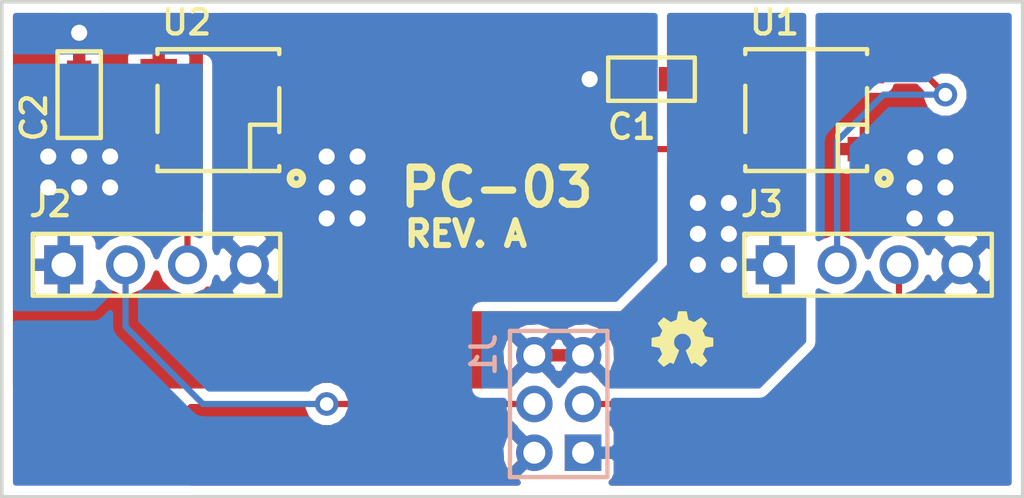
<source format=kicad_pcb>
(kicad_pcb (version 4) (host pcbnew "(2015-08-16 BZR 6095)-product")

  (general
    (links 19)
    (no_connects 4)
    (area 109.779999 98.984999 151.840001 119.455001)
    (thickness 1.6)
    (drawings 6)
    (tracks 79)
    (zones 0)
    (modules 9)
    (nets 8)
  )

  (page A4)
  (title_block
    (rev A)
  )

  (layers
    (0 F.Cu signal)
    (31 B.Cu signal)
    (32 B.Adhes user)
    (33 F.Adhes user)
    (34 B.Paste user)
    (35 F.Paste user)
    (36 B.SilkS user)
    (37 F.SilkS user)
    (38 B.Mask user)
    (39 F.Mask user)
    (40 Dwgs.User user)
    (41 Cmts.User user)
    (42 Eco1.User user)
    (43 Eco2.User user)
    (44 Edge.Cuts user)
    (45 Margin user)
    (46 B.CrtYd user)
    (47 F.CrtYd user)
    (48 B.Fab user)
    (49 F.Fab user)
  )

  (setup
    (last_trace_width 0.254)
    (trace_clearance 0.254)
    (zone_clearance 0.381)
    (zone_45_only no)
    (trace_min 0.2)
    (segment_width 0.2)
    (edge_width 0.15)
    (via_size 0.9652)
    (via_drill 0.5588)
    (via_min_size 0.4)
    (via_min_drill 0.3)
    (uvia_size 0.3)
    (uvia_drill 0.1)
    (uvias_allowed no)
    (uvia_min_size 0)
    (uvia_min_drill 0)
    (pcb_text_width 0.3)
    (pcb_text_size 1.5 1.5)
    (mod_edge_width 0.15)
    (mod_text_size 1 1)
    (mod_text_width 0.15)
    (pad_size 1.524 1.524)
    (pad_drill 0.762)
    (pad_to_mask_clearance 0.2)
    (aux_axis_origin 109.855 119.38)
    (grid_origin 109.855 119.38)
    (visible_elements FFFFFF7F)
    (pcbplotparams
      (layerselection 0x00030_80000001)
      (usegerberextensions false)
      (excludeedgelayer true)
      (linewidth 0.100000)
      (plotframeref false)
      (viasonmask false)
      (mode 1)
      (useauxorigin false)
      (hpglpennumber 1)
      (hpglpenspeed 20)
      (hpglpendiameter 15)
      (hpglpenoverlay 2)
      (psnegative false)
      (psa4output false)
      (plotreference true)
      (plotvalue true)
      (plotinvisibletext false)
      (padsonsilk false)
      (subtractmaskfromsilk false)
      (outputformat 1)
      (mirror false)
      (drillshape 1)
      (scaleselection 1)
      (outputdirectory ""))
  )

  (net 0 "")
  (net 1 +5V)
  (net 2 GND)
  (net 3 "Net-(J2-Pad3)")
  (net 4 "Net-(U1-Pad2)")
  (net 5 "Net-(J3-Pad2)")
  (net 6 /DIN)
  (net 7 /DOUT)

  (net_class Default "This is the default net class."
    (clearance 0.254)
    (trace_width 0.254)
    (via_dia 0.9652)
    (via_drill 0.5588)
    (uvia_dia 0.3)
    (uvia_drill 0.1)
    (add_net /DIN)
    (add_net /DOUT)
    (add_net "Net-(J2-Pad3)")
    (add_net "Net-(J3-Pad2)")
    (add_net "Net-(U1-Pad2)")
  )

  (net_class power ""
    (clearance 0.254)
    (trace_width 0.508)
    (via_dia 1.143)
    (via_drill 0.6604)
    (uvia_dia 0.3)
    (uvia_drill 0.1)
    (add_net +5V)
    (add_net GND)
  )

  (module SMT:LED-5050 (layer F.Cu) (tedit 55999AC4) (tstamp 55E16FB4)
    (at 118.745 103.505)
    (path /55E14860)
    (fp_text reference U2 (at -1.3 -3.6) (layer F.SilkS)
      (effects (font (size 1 1) (thickness 0.18)))
    )
    (fp_text value WS2812B (at 0 3.9) (layer F.Fab) hide
      (effects (font (size 1 1) (thickness 0.18)))
    )
    (fp_line (start 2.5 0.6) (end 1.3 0.6) (layer F.SilkS) (width 0.18))
    (fp_line (start 1.3 0.6) (end 1.3 2.5) (layer F.SilkS) (width 0.18))
    (fp_line (start -3 -3) (end 3 -3) (layer F.CrtYd) (width 0.05))
    (fp_line (start 3 -3) (end 3 3) (layer F.CrtYd) (width 0.05))
    (fp_line (start 3 3) (end -3 3) (layer F.CrtYd) (width 0.05))
    (fp_line (start -3 3) (end -3 -3) (layer F.CrtYd) (width 0.05))
    (fp_circle (center 3.2 2.8) (end 3.3 2.8) (layer F.SilkS) (width 0.3))
    (fp_line (start 2.5 -2.3) (end 2.5 -2.5) (layer F.SilkS) (width 0.18))
    (fp_line (start 2.5 -2.5) (end -2.5 -2.5) (layer F.SilkS) (width 0.18))
    (fp_line (start -2.5 -2.5) (end -2.5 -2.3) (layer F.SilkS) (width 0.18))
    (fp_line (start 2.5 0.9) (end 2.5 -0.9) (layer F.SilkS) (width 0.18))
    (fp_line (start -2.5 2.5) (end 2.5 2.5) (layer F.SilkS) (width 0.18))
    (fp_line (start 2.5 2.5) (end 2.5 2.3) (layer F.SilkS) (width 0.18))
    (fp_line (start -2.5 2.5) (end -2.5 2.3) (layer F.SilkS) (width 0.18))
    (fp_line (start -2.5 -1) (end -2.5 0.9) (layer F.SilkS) (width 0.18))
    (pad 2 smd rect (at -2.45 1.6) (size 1.5 1) (layers F.Cu F.Paste F.Mask)
      (net 3 "Net-(J2-Pad3)"))
    (pad 3 smd rect (at 2.45 1.6) (size 1.5 1) (layers F.Cu F.Paste F.Mask)
      (net 2 GND))
    (pad 4 smd rect (at 2.45 -1.6) (size 1.5 1) (layers F.Cu F.Paste F.Mask)
      (net 4 "Net-(U1-Pad2)"))
    (pad 1 smd rect (at -2.45 -1.6) (size 1.5 1) (layers F.Cu F.Paste F.Mask)
      (net 1 +5V))
  )

  (module SMT:C-0603 (layer F.Cu) (tedit 54F14543) (tstamp 55E16F54)
    (at 136.525 102.235 180)
    (descr "0603 (1608 metric)")
    (tags "smt 0603")
    (path /55E14C82)
    (fp_text reference C1 (at 1.905 -2.54 180) (layer F.SilkS)
      (effects (font (size 1 1) (thickness 0.18)) (justify left bottom))
    )
    (fp_text value 100nF (at 0 2.032 180) (layer F.SilkS) hide
      (effects (font (size 1 1) (thickness 0.18)))
    )
    (fp_line (start -0.762 -0.381) (end 0.762 -0.381) (layer Dwgs.User) (width 0.05))
    (fp_line (start 0.762 -0.381) (end 0.762 0.381) (layer Dwgs.User) (width 0.05))
    (fp_line (start 0.762 0.381) (end -0.762 0.381) (layer Dwgs.User) (width 0.05))
    (fp_line (start -0.762 0.381) (end -0.762 -0.381) (layer Dwgs.User) (width 0.05))
    (fp_line (start -1.778 -0.889) (end 1.778 -0.889) (layer F.CrtYd) (width 0.05))
    (fp_line (start 1.778 -0.889) (end 1.778 0.889) (layer F.CrtYd) (width 0.05))
    (fp_line (start 1.778 0.889) (end -1.778 0.889) (layer F.CrtYd) (width 0.05))
    (fp_line (start -1.778 0.889) (end -1.778 -0.889) (layer F.CrtYd) (width 0.05))
    (fp_line (start -1.778 -0.889) (end 1.778 -0.889) (layer F.SilkS) (width 0.18))
    (fp_line (start 1.778 -0.889) (end 1.778 0.889) (layer F.SilkS) (width 0.18))
    (fp_line (start 1.778 0.889) (end -1.778 0.889) (layer F.SilkS) (width 0.18))
    (fp_line (start -1.778 0.889) (end -1.778 -0.889) (layer F.SilkS) (width 0.18))
    (pad 1 smd rect (at -0.85 0 180) (size 1.1 1) (layers F.Cu F.Paste F.Mask)
      (net 1 +5V))
    (pad 2 smd rect (at 0.85 0 180) (size 1.1 1) (layers F.Cu F.Paste F.Mask)
      (net 2 GND))
    (model smt.pretty/C-0603.wrl
      (at (xyz 0 0 0))
      (scale (xyz 1 1 0.8))
      (rotate (xyz 0 0 0))
    )
  )

  (module SMT:C-0603 (layer F.Cu) (tedit 54F14543) (tstamp 55E16F66)
    (at 113.03 102.87 90)
    (descr "0603 (1608 metric)")
    (tags "smt 0603")
    (path /55E14E9A)
    (fp_text reference C2 (at -2.032 -1.27 90) (layer F.SilkS)
      (effects (font (size 1 1) (thickness 0.18)) (justify left bottom))
    )
    (fp_text value 100nF (at 0 2.032 90) (layer F.SilkS) hide
      (effects (font (size 1 1) (thickness 0.18)))
    )
    (fp_line (start -0.762 -0.381) (end 0.762 -0.381) (layer Dwgs.User) (width 0.05))
    (fp_line (start 0.762 -0.381) (end 0.762 0.381) (layer Dwgs.User) (width 0.05))
    (fp_line (start 0.762 0.381) (end -0.762 0.381) (layer Dwgs.User) (width 0.05))
    (fp_line (start -0.762 0.381) (end -0.762 -0.381) (layer Dwgs.User) (width 0.05))
    (fp_line (start -1.778 -0.889) (end 1.778 -0.889) (layer F.CrtYd) (width 0.05))
    (fp_line (start 1.778 -0.889) (end 1.778 0.889) (layer F.CrtYd) (width 0.05))
    (fp_line (start 1.778 0.889) (end -1.778 0.889) (layer F.CrtYd) (width 0.05))
    (fp_line (start -1.778 0.889) (end -1.778 -0.889) (layer F.CrtYd) (width 0.05))
    (fp_line (start -1.778 -0.889) (end 1.778 -0.889) (layer F.SilkS) (width 0.18))
    (fp_line (start 1.778 -0.889) (end 1.778 0.889) (layer F.SilkS) (width 0.18))
    (fp_line (start 1.778 0.889) (end -1.778 0.889) (layer F.SilkS) (width 0.18))
    (fp_line (start -1.778 0.889) (end -1.778 -0.889) (layer F.SilkS) (width 0.18))
    (pad 1 smd rect (at -0.85 0 90) (size 1.1 1) (layers F.Cu F.Paste F.Mask)
      (net 1 +5V))
    (pad 2 smd rect (at 0.85 0 90) (size 1.1 1) (layers F.Cu F.Paste F.Mask)
      (net 2 GND))
    (model smt.pretty/C-0603.wrl
      (at (xyz 0 0 0))
      (scale (xyz 1 1 0.8))
      (rotate (xyz 0 0 0))
    )
  )

  (module Conn-Header:HDR-M-1x04 (layer F.Cu) (tedit 55027FE9) (tstamp 55E16F76)
    (at 116.205 109.855)
    (descr "Header - 100mil pitch - Male - Single Row, Vertical, 4 pos.")
    (path /55E146F6)
    (fp_text reference J2 (at -5.334 -1.905) (layer F.SilkS)
      (effects (font (size 1 1) (thickness 0.18)) (justify left bottom))
    )
    (fp_text value HEADER-1x04 (at 0 2.667) (layer F.SilkS) hide
      (effects (font (size 1 1) (thickness 0.18)))
    )
    (fp_line (start -5.588 -1.778) (end 5.588 -1.778) (layer F.CrtYd) (width 0.05))
    (fp_line (start 5.588 -1.778) (end 5.588 1.778) (layer F.CrtYd) (width 0.05))
    (fp_line (start 5.588 1.778) (end -5.588 1.778) (layer F.CrtYd) (width 0.05))
    (fp_line (start -5.588 1.778) (end -5.588 -1.778) (layer F.CrtYd) (width 0.05))
    (fp_line (start -5.08 -1.27) (end 5.08 -1.27) (layer F.SilkS) (width 0.18))
    (fp_line (start 5.08 -1.27) (end 5.08 1.27) (layer F.SilkS) (width 0.18))
    (fp_line (start 5.08 1.27) (end -5.08 1.27) (layer F.SilkS) (width 0.18))
    (fp_line (start -5.08 1.27) (end -5.08 -1.27) (layer F.SilkS) (width 0.18))
    (pad 1 thru_hole rect (at -3.81 0) (size 1.6 1.6) (drill 1) (layers *.Cu *.Mask)
      (net 1 +5V))
    (pad 2 thru_hole circle (at -1.27 0) (size 1.6 1.6) (drill 1) (layers *.Cu *.Mask)
      (net 7 /DOUT))
    (pad 3 thru_hole circle (at 1.27 0) (size 1.6 1.6) (drill 1) (layers *.Cu *.Mask)
      (net 3 "Net-(J2-Pad3)"))
    (pad 4 thru_hole circle (at 3.81 0) (size 1.6 1.6) (drill 1) (layers *.Cu *.Mask)
      (net 2 GND))
    (model conn-header.pretty/HDR-M-1x04.wrl
      (at (xyz 0 0 0))
      (scale (xyz 1 1 1))
      (rotate (xyz 0 0 0))
    )
  )

  (module Conn-Header:HDR-M-1x04 (layer F.Cu) (tedit 55027FE9) (tstamp 55E16F86)
    (at 145.415 109.855)
    (descr "Header - 100mil pitch - Male - Single Row, Vertical, 4 pos.")
    (path /55E14784)
    (fp_text reference J3 (at -5.334 -1.905) (layer F.SilkS)
      (effects (font (size 1 1) (thickness 0.18)) (justify left bottom))
    )
    (fp_text value HEADER-1x04 (at 0 2.667) (layer F.SilkS) hide
      (effects (font (size 1 1) (thickness 0.18)))
    )
    (fp_line (start -5.588 -1.778) (end 5.588 -1.778) (layer F.CrtYd) (width 0.05))
    (fp_line (start 5.588 -1.778) (end 5.588 1.778) (layer F.CrtYd) (width 0.05))
    (fp_line (start 5.588 1.778) (end -5.588 1.778) (layer F.CrtYd) (width 0.05))
    (fp_line (start -5.588 1.778) (end -5.588 -1.778) (layer F.CrtYd) (width 0.05))
    (fp_line (start -5.08 -1.27) (end 5.08 -1.27) (layer F.SilkS) (width 0.18))
    (fp_line (start 5.08 -1.27) (end 5.08 1.27) (layer F.SilkS) (width 0.18))
    (fp_line (start 5.08 1.27) (end -5.08 1.27) (layer F.SilkS) (width 0.18))
    (fp_line (start -5.08 1.27) (end -5.08 -1.27) (layer F.SilkS) (width 0.18))
    (pad 1 thru_hole rect (at -3.81 0) (size 1.6 1.6) (drill 1) (layers *.Cu *.Mask)
      (net 1 +5V))
    (pad 2 thru_hole circle (at -1.27 0) (size 1.6 1.6) (drill 1) (layers *.Cu *.Mask)
      (net 5 "Net-(J3-Pad2)"))
    (pad 3 thru_hole circle (at 1.27 0) (size 1.6 1.6) (drill 1) (layers *.Cu *.Mask)
      (net 6 /DIN))
    (pad 4 thru_hole circle (at 3.81 0) (size 1.6 1.6) (drill 1) (layers *.Cu *.Mask)
      (net 2 GND))
    (model conn-header.pretty/HDR-M-1x04.wrl
      (at (xyz 0 0 0))
      (scale (xyz 1 1 1))
      (rotate (xyz 0 0 0))
    )
  )

  (module SMT:LED-5050 (layer F.Cu) (tedit 55999AC4) (tstamp 55E16F9D)
    (at 142.875 103.505)
    (path /55E147C0)
    (fp_text reference U1 (at -1.3 -3.6) (layer F.SilkS)
      (effects (font (size 1 1) (thickness 0.18)))
    )
    (fp_text value WS2812B (at 0 3.9) (layer F.Fab) hide
      (effects (font (size 1 1) (thickness 0.18)))
    )
    (fp_line (start 2.5 0.6) (end 1.3 0.6) (layer F.SilkS) (width 0.18))
    (fp_line (start 1.3 0.6) (end 1.3 2.5) (layer F.SilkS) (width 0.18))
    (fp_line (start -3 -3) (end 3 -3) (layer F.CrtYd) (width 0.05))
    (fp_line (start 3 -3) (end 3 3) (layer F.CrtYd) (width 0.05))
    (fp_line (start 3 3) (end -3 3) (layer F.CrtYd) (width 0.05))
    (fp_line (start -3 3) (end -3 -3) (layer F.CrtYd) (width 0.05))
    (fp_circle (center 3.2 2.8) (end 3.3 2.8) (layer F.SilkS) (width 0.3))
    (fp_line (start 2.5 -2.3) (end 2.5 -2.5) (layer F.SilkS) (width 0.18))
    (fp_line (start 2.5 -2.5) (end -2.5 -2.5) (layer F.SilkS) (width 0.18))
    (fp_line (start -2.5 -2.5) (end -2.5 -2.3) (layer F.SilkS) (width 0.18))
    (fp_line (start 2.5 0.9) (end 2.5 -0.9) (layer F.SilkS) (width 0.18))
    (fp_line (start -2.5 2.5) (end 2.5 2.5) (layer F.SilkS) (width 0.18))
    (fp_line (start 2.5 2.5) (end 2.5 2.3) (layer F.SilkS) (width 0.18))
    (fp_line (start -2.5 2.5) (end -2.5 2.3) (layer F.SilkS) (width 0.18))
    (fp_line (start -2.5 -1) (end -2.5 0.9) (layer F.SilkS) (width 0.18))
    (pad 2 smd rect (at -2.45 1.6) (size 1.5 1) (layers F.Cu F.Paste F.Mask)
      (net 4 "Net-(U1-Pad2)"))
    (pad 3 smd rect (at 2.45 1.6) (size 1.5 1) (layers F.Cu F.Paste F.Mask)
      (net 2 GND))
    (pad 4 smd rect (at 2.45 -1.6) (size 1.5 1) (layers F.Cu F.Paste F.Mask)
      (net 5 "Net-(J3-Pad2)"))
    (pad 1 smd rect (at -2.45 -1.6) (size 1.5 1) (layers F.Cu F.Paste F.Mask)
      (net 1 +5V))
  )

  (module Conn-Header:2MM-HDR-M-2x03 (layer B.Cu) (tedit 55E53B2B) (tstamp 55E5ADE8)
    (at 132.715 115.57 270)
    (descr "Header - 2mm pitch - Male - Dual Row, Vertical, 6 pos.")
    (path /55E149AD)
    (fp_text reference J1 (at -3 2.5 270) (layer B.SilkS)
      (effects (font (size 1 1) (thickness 0.18)) (justify left bottom mirror))
    )
    (fp_text value HEADER-2x03 (at 0 -3.81 270) (layer B.SilkS) hide
      (effects (font (size 1 1) (thickness 0.18)) (justify mirror))
    )
    (fp_line (start -3.5 2.5) (end 3.5 2.5) (layer B.CrtYd) (width 0.05))
    (fp_line (start 3.5 2.5) (end 3.5 -2.5) (layer B.CrtYd) (width 0.05))
    (fp_line (start 3.5 -2.5) (end -3.5 -2.5) (layer B.CrtYd) (width 0.05))
    (fp_line (start -3.5 -2.5) (end -3.5 2.5) (layer B.CrtYd) (width 0.05))
    (fp_line (start -3 -2) (end -3 2) (layer B.SilkS) (width 0.18))
    (fp_line (start 3 -2) (end -3 -2) (layer B.SilkS) (width 0.18))
    (fp_line (start 3 2) (end 3 -2) (layer B.SilkS) (width 0.18))
    (fp_line (start -3 2) (end 3 2) (layer B.SilkS) (width 0.18))
    (pad 1 thru_hole rect (at 2 -1 270) (size 1.5 1.5) (drill 0.9) (layers *.Cu *.Mask)
      (net 2 GND))
    (pad 2 thru_hole circle (at 2 1 270) (size 1.5 1.5) (drill 0.9) (layers *.Cu *.Mask)
      (net 2 GND))
    (pad 3 thru_hole circle (at 0 -1 270) (size 1.5 1.5) (drill 0.9) (layers *.Cu *.Mask)
      (net 6 /DIN))
    (pad 4 thru_hole circle (at 0 1 270) (size 1.5 1.5) (drill 0.9) (layers *.Cu *.Mask)
      (net 7 /DOUT))
    (pad 5 thru_hole circle (at -2 -1 270) (size 1.5 1.5) (drill 0.9) (layers *.Cu *.Mask)
      (net 1 +5V))
    (pad 6 thru_hole circle (at -2 1 270) (size 1.5 1.5) (drill 0.9) (layers *.Cu *.Mask)
      (net 1 +5V))
  )

  (module Symbols:SIGNATURE (layer F.Cu) (tedit 5509107B) (tstamp 55E5C5B6)
    (at 113.665 117.475)
    (descr Signature)
    (fp_text reference SIGNATURE (at 0 -2.54) (layer Dwgs.User) hide
      (effects (font (size 0.5 0.5) (thickness 0.1)))
    )
    (fp_text value LOGO (at 0 2.54) (layer Dwgs.User) hide
      (effects (font (size 0.5 0.5) (thickness 0.1)))
    )
    (fp_poly (pts (xy 0.20104 -0.525379) (xy 0.197773 -0.462298) (xy 0.185688 -0.407945) (xy 0.180484 -0.394861)
      (xy 0.142676 -0.334545) (xy 0.084798 -0.274804) (xy 0.007948 -0.216342) (xy -0.080293 -0.163729)
      (xy -0.080293 -0.547248) (xy -0.106292 -0.56165) (xy -0.140345 -0.572792) (xy -0.192147 -0.57947)
      (xy -0.258777 -0.58178) (xy -0.337317 -0.57982) (xy -0.424846 -0.573687) (xy -0.518444 -0.563478)
      (xy -0.61519 -0.549291) (xy -0.64823 -0.543588) (xy -0.692329 -0.535365) (xy -0.7196 -0.528695)
      (xy -0.734082 -0.521578) (xy -0.739814 -0.512016) (xy -0.740834 -0.49801) (xy -0.740834 -0.497745)
      (xy -0.742774 -0.479918) (xy -0.749956 -0.461778) (xy -0.764426 -0.441001) (xy -0.788227 -0.415266)
      (xy -0.823403 -0.382251) (xy -0.871999 -0.339634) (xy -0.904482 -0.31186) (xy -0.94684 -0.275636)
      (xy -0.98282 -0.244486) (xy -1.009635 -0.220851) (xy -1.024501 -0.207175) (xy -1.026584 -0.204815)
      (xy -1.020407 -0.203756) (xy -1.000857 -0.206623) (xy -0.966404 -0.213746) (xy -0.915517 -0.225455)
      (xy -0.846667 -0.242082) (xy -0.79375 -0.255138) (xy -0.666707 -0.288794) (xy -0.546312 -0.324842)
      (xy -0.434873 -0.362393) (xy -0.334696 -0.400557) (xy -0.248087 -0.438444) (xy -0.177352 -0.475164)
      (xy -0.124797 -0.509828) (xy -0.116876 -0.516262) (xy -0.080293 -0.547248) (xy -0.080293 -0.163729)
      (xy -0.086776 -0.159863) (xy -0.198279 -0.106069) (xy -0.325463 -0.055664) (xy -0.375709 -0.038205)
      (xy -0.415992 -0.024686) (xy -0.449048 -0.013578) (xy -0.469346 -0.006741) (xy -0.472255 -0.005754)
      (xy -0.474286 0.005402) (xy -0.465546 0.03224) (xy -0.448442 0.069215) (xy -0.428719 0.111647)
      (xy -0.417868 0.146495) (xy -0.413405 0.184037) (xy -0.41275 0.21681) (xy -0.418041 0.28017)
      (xy -0.435015 0.340242) (xy -0.465326 0.400113) (xy -0.510626 0.462871) (xy -0.572571 0.531605)
      (xy -0.591604 0.550833) (xy -0.701179 0.64772) (xy -0.719667 0.660988) (xy -0.719667 0.198098)
      (xy -0.729693 0.180399) (xy -0.757583 0.164288) (xy -0.800052 0.150436) (xy -0.853818 0.139517)
      (xy -0.915597 0.132202) (xy -0.982106 0.129165) (xy -1.04775 0.130922) (xy -1.202656 0.148033)
      (xy -1.360084 0.178531) (xy -1.3876 0.185254) (xy -1.421876 0.195111) (xy -1.449935 0.207165)
      (xy -1.477424 0.224888) (xy -1.509986 0.251748) (xy -1.539965 0.2789) (xy -1.622356 0.354879)
      (xy -1.604928 0.38858) (xy -1.590565 0.432595) (xy -1.588232 0.480097) (xy -1.597704 0.522933)
      (xy -1.609235 0.543359) (xy -1.634246 0.564434) (xy -1.668297 0.580911) (xy -1.675381 0.583088)
      (xy -1.737784 0.60088) (xy -1.784266 0.616322) (xy -1.81964 0.631326) (xy -1.848719 0.647803)
      (xy -1.862887 0.657542) (xy -1.886449 0.676742) (xy -1.899307 0.691524) (xy -1.899957 0.696633)
      (xy -1.882775 0.705534) (xy -1.851898 0.714959) (xy -1.814675 0.723145) (xy -1.778454 0.728326)
      (xy -1.764325 0.72921) (xy -1.733891 0.727534) (xy -1.691655 0.722144) (xy -1.646419 0.714179)
      (xy -1.64355 0.713593) (xy -1.542537 0.687468) (xy -1.430574 0.649312) (xy -1.312453 0.60124)
      (xy -1.192969 0.545365) (xy -1.076916 0.483804) (xy -0.969088 0.418671) (xy -0.956781 0.410617)
      (xy -0.903087 0.373197) (xy -0.851359 0.333608) (xy -0.804461 0.294417) (xy -0.765255 0.258192)
      (xy -0.736607 0.227497) (xy -0.721378 0.204901) (xy -0.719667 0.198098) (xy -0.719667 0.660988)
      (xy -0.827978 0.738723) (xy -0.968453 0.822044) (xy -1.119061 0.895884) (xy -1.276254 0.958444)
      (xy -1.436488 1.007926) (xy -1.540588 1.032224) (xy -1.621828 1.045782) (xy -1.704281 1.054361)
      (xy -1.78311 1.057822) (xy -1.85348 1.056025) (xy -1.910554 1.04883) (xy -1.931459 1.043529)
      (xy -1.989611 1.021023) (xy -2.044564 0.989943) (xy -2.087958 0.95896) (xy -2.136151 0.922174)
      (xy -2.17668 0.943319) (xy -2.22887 0.959997) (xy -2.280457 0.95797) (xy -2.327995 0.939507)
      (xy -2.368041 0.906878) (xy -2.397151 0.862353) (xy -2.41188 0.808202) (xy -2.413 0.787582)
      (xy -2.410909 0.749267) (xy -2.405596 0.71516) (xy -2.402068 0.702873) (xy -2.387033 0.676391)
      (xy -2.357851 0.637205) (xy -2.316037 0.586853) (xy -2.263101 0.526874) (xy -2.200557 0.458805)
      (xy -2.129918 0.384185) (xy -2.052695 0.304552) (xy -1.970401 0.221443) (xy -1.884549 0.136399)
      (xy -1.796651 0.050956) (xy -1.70822 -0.033348) (xy -1.620768 -0.114973) (xy -1.535808 -0.192383)
      (xy -1.454851 -0.264037) (xy -1.431162 -0.284534) (xy -1.396308 -0.314821) (xy -1.368834 -0.339288)
      (xy -1.351806 -0.355164) (xy -1.347837 -0.359834) (xy -1.358825 -0.35659) (xy -1.386114 -0.347679)
      (xy -1.425992 -0.334337) (xy -1.474751 -0.317796) (xy -1.493191 -0.311492) (xy -1.605461 -0.270948)
      (xy -1.696862 -0.233375) (xy -1.767369 -0.198787) (xy -1.816955 -0.167194) (xy -1.826974 -0.158986)
      (xy -1.870313 -0.133483) (xy -1.917534 -0.126479) (xy -1.964355 -0.13694) (xy -2.006495 -0.163837)
      (xy -2.039672 -0.206137) (xy -2.042157 -0.21083) (xy -2.060085 -0.26777) (xy -2.058346 -0.325962)
      (xy -2.037752 -0.381309) (xy -1.999117 -0.429718) (xy -1.998635 -0.43016) (xy -1.968276 -0.452169)
      (xy -1.92078 -0.479333) (xy -1.859161 -0.510338) (xy -1.786436 -0.543868) (xy -1.70562 -0.578609)
      (xy -1.619729 -0.613244) (xy -1.531778 -0.64646) (xy -1.444783 -0.676941) (xy -1.397 -0.692518)
      (xy -1.27599 -0.728635) (xy -1.148965 -0.762641) (xy -1.018616 -0.794073) (xy -0.887633 -0.822465)
      (xy -0.758707 -0.847357) (xy -0.634528 -0.868283) (xy -0.517787 -0.884781) (xy -0.411175 -0.896387)
      (xy -0.317382 -0.902639) (xy -0.239099 -0.903072) (xy -0.194457 -0.8996) (xy -0.094042 -0.878518)
      (xy -0.005321 -0.843211) (xy 0.069976 -0.794854) (xy 0.130115 -0.734621) (xy 0.173363 -0.663685)
      (xy 0.18105 -0.645161) (xy 0.195472 -0.589047) (xy 0.20104 -0.525379) (xy 0.20104 -0.525379)) (layer F.Cu) (width 0.05))
    (fp_poly (pts (xy 2.624583 -0.881303) (xy 2.618048 -0.833837) (xy 2.600308 -0.787347) (xy 2.572425 -0.747337)
      (xy 2.556479 -0.732617) (xy 2.544276 -0.724819) (xy 2.528018 -0.718886) (xy 2.504353 -0.714368)
      (xy 2.469933 -0.710815) (xy 2.421409 -0.707776) (xy 2.355432 -0.704801) (xy 2.347163 -0.704467)
      (xy 2.281217 -0.701615) (xy 2.200282 -0.697799) (xy 2.110493 -0.693326) (xy 2.017989 -0.688506)
      (xy 1.928908 -0.683645) (xy 1.899708 -0.681994) (xy 1.826574 -0.677839) (xy 1.760163 -0.674116)
      (xy 1.703489 -0.670989) (xy 1.659563 -0.668624) (xy 1.631398 -0.667184) (xy 1.622297 -0.66681)
      (xy 1.60946 -0.660349) (xy 1.584331 -0.642854) (xy 1.550676 -0.617083) (xy 1.516464 -0.589306)
      (xy 1.485072 -0.562597) (xy 1.44432 -0.527076) (xy 1.396628 -0.484935) (xy 1.344416 -0.438367)
      (xy 1.290105 -0.389564) (xy 1.236114 -0.340718) (xy 1.184864 -0.294023) (xy 1.138774 -0.25167)
      (xy 1.100265 -0.215853) (xy 1.071757 -0.188763) (xy 1.055669 -0.172594) (xy 1.053205 -0.169599)
      (xy 1.060736 -0.166152) (xy 1.086967 -0.164336) (xy 1.129489 -0.164209) (xy 1.185892 -0.16583)
      (xy 1.193483 -0.166145) (xy 1.266285 -0.168289) (xy 1.322094 -0.167157) (xy 1.364932 -0.162008)
      (xy 1.398819 -0.152103) (xy 1.427779 -0.1367) (xy 1.451691 -0.118591) (xy 1.485535 -0.080696)
      (xy 1.509486 -0.035171) (xy 1.52167 0.012093) (xy 1.520215 0.0552) (xy 1.513102 0.074669)
      (xy 1.505192 0.087349) (xy 1.494957 0.097693) (xy 1.480254 0.105987) (xy 1.458945 0.112514)
      (xy 1.428886 0.117559) (xy 1.387937 0.121405) (xy 1.333956 0.124337) (xy 1.264802 0.126639)
      (xy 1.178335 0.128594) (xy 1.095375 0.130099) (xy 1.010329 0.131841) (xy 0.931153 0.134007)
      (xy 0.860569 0.136481) (xy 0.8013 0.139147) (xy 0.756068 0.141888) (xy 0.727596 0.144587)
      (xy 0.719567 0.146184) (xy 0.702933 0.157132) (xy 0.673809 0.181215) (xy 0.634384 0.216321)
      (xy 0.586847 0.260334) (xy 0.533387 0.311141) (xy 0.476193 0.366628) (xy 0.417455 0.424681)
      (xy 0.359362 0.483185) (xy 0.304102 0.540028) (xy 0.253864 0.593095) (xy 0.230347 0.618612)
      (xy 0.145557 0.714306) (xy 0.075934 0.798843) (xy 0.019994 0.874134) (xy -0.023748 0.94209)
      (xy -0.031462 0.955499) (xy -0.065118 1.005198) (xy -0.099992 1.034805) (xy -0.138434 1.045366)
      (xy -0.182793 1.037924) (xy -0.201008 1.03089) (xy -0.254713 0.998002) (xy -0.295817 0.950127)
      (xy -0.309095 0.926858) (xy -0.322717 0.887776) (xy -0.324155 0.845114) (xy -0.312675 0.796837)
      (xy -0.287543 0.740905) (xy -0.248023 0.67528) (xy -0.193382 0.597926) (xy -0.187807 0.590466)
      (xy -0.157438 0.550336) (xy -0.130505 0.51585) (xy -0.103861 0.483328) (xy -0.074356 0.449093)
      (xy -0.038841 0.409464) (xy 0.005832 0.360765) (xy 0.045 0.318487) (xy 0.117784 0.240099)
      (xy 0.079958 0.227095) (xy 0.041478 0.210551) (xy 0.017903 0.189727) (xy 0.003068 0.158344)
      (xy -0.000925 0.144732) (xy -0.007273 0.09581) (xy -0.002575 0.045115) (xy 0.011471 -0.001801)
      (xy 0.033167 -0.039384) (xy 0.060814 -0.062082) (xy 0.062533 -0.062812) (xy 0.08164 -0.067951)
      (xy 0.117798 -0.075434) (xy 0.167105 -0.084599) (xy 0.225659 -0.094785) (xy 0.289559 -0.105331)
      (xy 0.354904 -0.115575) (xy 0.417791 -0.124856) (xy 0.471981 -0.132214) (xy 0.488211 -0.134775)
      (xy 0.50355 -0.13904) (xy 0.520113 -0.146561) (xy 0.540015 -0.158888) (xy 0.565372 -0.177573)
      (xy 0.598297 -0.204167) (xy 0.640907 -0.240223) (xy 0.695316 -0.28729) (xy 0.758105 -0.342083)
      (xy 0.819973 -0.39613) (xy 0.878938 -0.447579) (xy 0.932462 -0.49422) (xy 0.978006 -0.533843)
      (xy 1.013034 -0.564238) (xy 1.035006 -0.583196) (xy 1.036799 -0.58473) (xy 1.05958 -0.605713)
      (xy 1.071737 -0.620098) (xy 1.071422 -0.624417) (xy 1.057608 -0.623345) (xy 1.026211 -0.62036)
      (xy 0.980692 -0.615808) (xy 0.924515 -0.610036) (xy 0.861141 -0.60339) (xy 0.85649 -0.602898)
      (xy 0.774615 -0.593482) (xy 0.709733 -0.584439) (xy 0.663085 -0.575972) (xy 0.63591 -0.568285)
      (xy 0.631284 -0.565856) (xy 0.607476 -0.557056) (xy 0.571289 -0.551671) (xy 0.531314 -0.550217)
      (xy 0.496139 -0.553207) (xy 0.482015 -0.556908) (xy 0.459671 -0.57594) (xy 0.443914 -0.609998)
      (xy 0.435369 -0.653797) (xy 0.434662 -0.702051) (xy 0.442419 -0.749478) (xy 0.455219 -0.783434)
      (xy 0.474274 -0.813508) (xy 0.495524 -0.837037) (xy 0.501074 -0.841278) (xy 0.523621 -0.849832)
      (xy 0.565467 -0.859281) (xy 0.624771 -0.869453) (xy 0.699691 -0.880175) (xy 0.788385 -0.891275)
      (xy 0.889014 -0.90258) (xy 0.999735 -0.913918) (xy 1.118707 -0.925117) (xy 1.244089 -0.936004)
      (xy 1.374041 -0.946406) (xy 1.50672 -0.956152) (xy 1.640285 -0.965069) (xy 1.772896 -0.972984)
      (xy 1.902711 -0.979726) (xy 2.027889 -0.985121) (xy 2.043444 -0.985704) (xy 2.169144 -0.989847)
      (xy 2.27532 -0.992211) (xy 2.363545 -0.992714) (xy 2.435395 -0.991276) (xy 2.492443 -0.987817)
      (xy 2.536264 -0.982254) (xy 2.568431 -0.974509) (xy 2.590518 -0.964499) (xy 2.599796 -0.957167)
      (xy 2.618853 -0.924247) (xy 2.624583 -0.881303) (xy 2.624583 -0.881303)) (layer F.Cu) (width 0.05))
    (fp_poly (pts (xy 0.20104 -0.525379) (xy 0.197773 -0.462298) (xy 0.185688 -0.407945) (xy 0.180484 -0.394861)
      (xy 0.142676 -0.334545) (xy 0.084798 -0.274804) (xy 0.007948 -0.216342) (xy -0.080293 -0.163729)
      (xy -0.080293 -0.547248) (xy -0.106292 -0.56165) (xy -0.140345 -0.572792) (xy -0.192147 -0.57947)
      (xy -0.258777 -0.58178) (xy -0.337317 -0.57982) (xy -0.424846 -0.573687) (xy -0.518444 -0.563478)
      (xy -0.61519 -0.549291) (xy -0.64823 -0.543588) (xy -0.692329 -0.535365) (xy -0.7196 -0.528695)
      (xy -0.734082 -0.521578) (xy -0.739814 -0.512016) (xy -0.740834 -0.49801) (xy -0.740834 -0.497745)
      (xy -0.742774 -0.479918) (xy -0.749956 -0.461778) (xy -0.764426 -0.441001) (xy -0.788227 -0.415266)
      (xy -0.823403 -0.382251) (xy -0.871999 -0.339634) (xy -0.904482 -0.31186) (xy -0.94684 -0.275636)
      (xy -0.98282 -0.244486) (xy -1.009635 -0.220851) (xy -1.024501 -0.207175) (xy -1.026584 -0.204815)
      (xy -1.020407 -0.203756) (xy -1.000857 -0.206623) (xy -0.966404 -0.213746) (xy -0.915517 -0.225455)
      (xy -0.846667 -0.242082) (xy -0.79375 -0.255138) (xy -0.666707 -0.288794) (xy -0.546312 -0.324842)
      (xy -0.434873 -0.362393) (xy -0.334696 -0.400557) (xy -0.248087 -0.438444) (xy -0.177352 -0.475164)
      (xy -0.124797 -0.509828) (xy -0.116876 -0.516262) (xy -0.080293 -0.547248) (xy -0.080293 -0.163729)
      (xy -0.086776 -0.159863) (xy -0.198279 -0.106069) (xy -0.325463 -0.055664) (xy -0.375709 -0.038205)
      (xy -0.415992 -0.024686) (xy -0.449048 -0.013578) (xy -0.469346 -0.006741) (xy -0.472255 -0.005754)
      (xy -0.474286 0.005402) (xy -0.465546 0.03224) (xy -0.448442 0.069215) (xy -0.428719 0.111647)
      (xy -0.417868 0.146495) (xy -0.413405 0.184037) (xy -0.41275 0.21681) (xy -0.418041 0.28017)
      (xy -0.435015 0.340242) (xy -0.465326 0.400113) (xy -0.510626 0.462871) (xy -0.572571 0.531605)
      (xy -0.591604 0.550833) (xy -0.701179 0.64772) (xy -0.719667 0.660988) (xy -0.719667 0.198098)
      (xy -0.729693 0.180399) (xy -0.757583 0.164288) (xy -0.800052 0.150436) (xy -0.853818 0.139517)
      (xy -0.915597 0.132202) (xy -0.982106 0.129165) (xy -1.04775 0.130922) (xy -1.202656 0.148033)
      (xy -1.360084 0.178531) (xy -1.3876 0.185254) (xy -1.421876 0.195111) (xy -1.449935 0.207165)
      (xy -1.477424 0.224888) (xy -1.509986 0.251748) (xy -1.539965 0.2789) (xy -1.622356 0.354879)
      (xy -1.604928 0.38858) (xy -1.590565 0.432595) (xy -1.588232 0.480097) (xy -1.597704 0.522933)
      (xy -1.609235 0.543359) (xy -1.634246 0.564434) (xy -1.668297 0.580911) (xy -1.675381 0.583088)
      (xy -1.737784 0.60088) (xy -1.784266 0.616322) (xy -1.81964 0.631326) (xy -1.848719 0.647803)
      (xy -1.862887 0.657542) (xy -1.886449 0.676742) (xy -1.899307 0.691524) (xy -1.899957 0.696633)
      (xy -1.882775 0.705534) (xy -1.851898 0.714959) (xy -1.814675 0.723145) (xy -1.778454 0.728326)
      (xy -1.764325 0.72921) (xy -1.733891 0.727534) (xy -1.691655 0.722144) (xy -1.646419 0.714179)
      (xy -1.64355 0.713593) (xy -1.542537 0.687468) (xy -1.430574 0.649312) (xy -1.312453 0.60124)
      (xy -1.192969 0.545365) (xy -1.076916 0.483804) (xy -0.969088 0.418671) (xy -0.956781 0.410617)
      (xy -0.903087 0.373197) (xy -0.851359 0.333608) (xy -0.804461 0.294417) (xy -0.765255 0.258192)
      (xy -0.736607 0.227497) (xy -0.721378 0.204901) (xy -0.719667 0.198098) (xy -0.719667 0.660988)
      (xy -0.827978 0.738723) (xy -0.968453 0.822044) (xy -1.119061 0.895884) (xy -1.276254 0.958444)
      (xy -1.436488 1.007926) (xy -1.540588 1.032224) (xy -1.621828 1.045782) (xy -1.704281 1.054361)
      (xy -1.78311 1.057822) (xy -1.85348 1.056025) (xy -1.910554 1.04883) (xy -1.931459 1.043529)
      (xy -1.989611 1.021023) (xy -2.044564 0.989943) (xy -2.087958 0.95896) (xy -2.136151 0.922174)
      (xy -2.17668 0.943319) (xy -2.22887 0.959997) (xy -2.280457 0.95797) (xy -2.327995 0.939507)
      (xy -2.368041 0.906878) (xy -2.397151 0.862353) (xy -2.41188 0.808202) (xy -2.413 0.787582)
      (xy -2.410909 0.749267) (xy -2.405596 0.71516) (xy -2.402068 0.702873) (xy -2.387033 0.676391)
      (xy -2.357851 0.637205) (xy -2.316037 0.586853) (xy -2.263101 0.526874) (xy -2.200557 0.458805)
      (xy -2.129918 0.384185) (xy -2.052695 0.304552) (xy -1.970401 0.221443) (xy -1.884549 0.136399)
      (xy -1.796651 0.050956) (xy -1.70822 -0.033348) (xy -1.620768 -0.114973) (xy -1.535808 -0.192383)
      (xy -1.454851 -0.264037) (xy -1.431162 -0.284534) (xy -1.396308 -0.314821) (xy -1.368834 -0.339288)
      (xy -1.351806 -0.355164) (xy -1.347837 -0.359834) (xy -1.358825 -0.35659) (xy -1.386114 -0.347679)
      (xy -1.425992 -0.334337) (xy -1.474751 -0.317796) (xy -1.493191 -0.311492) (xy -1.605461 -0.270948)
      (xy -1.696862 -0.233375) (xy -1.767369 -0.198787) (xy -1.816955 -0.167194) (xy -1.826974 -0.158986)
      (xy -1.870313 -0.133483) (xy -1.917534 -0.126479) (xy -1.964355 -0.13694) (xy -2.006495 -0.163837)
      (xy -2.039672 -0.206137) (xy -2.042157 -0.21083) (xy -2.060085 -0.26777) (xy -2.058346 -0.325962)
      (xy -2.037752 -0.381309) (xy -1.999117 -0.429718) (xy -1.998635 -0.43016) (xy -1.968276 -0.452169)
      (xy -1.92078 -0.479333) (xy -1.859161 -0.510338) (xy -1.786436 -0.543868) (xy -1.70562 -0.578609)
      (xy -1.619729 -0.613244) (xy -1.531778 -0.64646) (xy -1.444783 -0.676941) (xy -1.397 -0.692518)
      (xy -1.27599 -0.728635) (xy -1.148965 -0.762641) (xy -1.018616 -0.794073) (xy -0.887633 -0.822465)
      (xy -0.758707 -0.847357) (xy -0.634528 -0.868283) (xy -0.517787 -0.884781) (xy -0.411175 -0.896387)
      (xy -0.317382 -0.902639) (xy -0.239099 -0.903072) (xy -0.194457 -0.8996) (xy -0.094042 -0.878518)
      (xy -0.005321 -0.843211) (xy 0.069976 -0.794854) (xy 0.130115 -0.734621) (xy 0.173363 -0.663685)
      (xy 0.18105 -0.645161) (xy 0.195472 -0.589047) (xy 0.20104 -0.525379) (xy 0.20104 -0.525379)) (layer F.Mask) (width 0.05))
    (fp_poly (pts (xy 2.624583 -0.881303) (xy 2.618048 -0.833837) (xy 2.600308 -0.787347) (xy 2.572425 -0.747337)
      (xy 2.556479 -0.732617) (xy 2.544276 -0.724819) (xy 2.528018 -0.718886) (xy 2.504353 -0.714368)
      (xy 2.469933 -0.710815) (xy 2.421409 -0.707776) (xy 2.355432 -0.704801) (xy 2.347163 -0.704467)
      (xy 2.281217 -0.701615) (xy 2.200282 -0.697799) (xy 2.110493 -0.693326) (xy 2.017989 -0.688506)
      (xy 1.928908 -0.683645) (xy 1.899708 -0.681994) (xy 1.826574 -0.677839) (xy 1.760163 -0.674116)
      (xy 1.703489 -0.670989) (xy 1.659563 -0.668624) (xy 1.631398 -0.667184) (xy 1.622297 -0.66681)
      (xy 1.60946 -0.660349) (xy 1.584331 -0.642854) (xy 1.550676 -0.617083) (xy 1.516464 -0.589306)
      (xy 1.485072 -0.562597) (xy 1.44432 -0.527076) (xy 1.396628 -0.484935) (xy 1.344416 -0.438367)
      (xy 1.290105 -0.389564) (xy 1.236114 -0.340718) (xy 1.184864 -0.294023) (xy 1.138774 -0.25167)
      (xy 1.100265 -0.215853) (xy 1.071757 -0.188763) (xy 1.055669 -0.172594) (xy 1.053205 -0.169599)
      (xy 1.060736 -0.166152) (xy 1.086967 -0.164336) (xy 1.129489 -0.164209) (xy 1.185892 -0.16583)
      (xy 1.193483 -0.166145) (xy 1.266285 -0.168289) (xy 1.322094 -0.167157) (xy 1.364932 -0.162008)
      (xy 1.398819 -0.152103) (xy 1.427779 -0.1367) (xy 1.451691 -0.118591) (xy 1.485535 -0.080696)
      (xy 1.509486 -0.035171) (xy 1.52167 0.012093) (xy 1.520215 0.0552) (xy 1.513102 0.074669)
      (xy 1.505192 0.087349) (xy 1.494957 0.097693) (xy 1.480254 0.105987) (xy 1.458945 0.112514)
      (xy 1.428886 0.117559) (xy 1.387937 0.121405) (xy 1.333956 0.124337) (xy 1.264802 0.126639)
      (xy 1.178335 0.128594) (xy 1.095375 0.130099) (xy 1.010329 0.131841) (xy 0.931153 0.134007)
      (xy 0.860569 0.136481) (xy 0.8013 0.139147) (xy 0.756068 0.141888) (xy 0.727596 0.144587)
      (xy 0.719567 0.146184) (xy 0.702933 0.157132) (xy 0.673809 0.181215) (xy 0.634384 0.216321)
      (xy 0.586847 0.260334) (xy 0.533387 0.311141) (xy 0.476193 0.366628) (xy 0.417455 0.424681)
      (xy 0.359362 0.483185) (xy 0.304102 0.540028) (xy 0.253864 0.593095) (xy 0.230347 0.618612)
      (xy 0.145557 0.714306) (xy 0.075934 0.798843) (xy 0.019994 0.874134) (xy -0.023748 0.94209)
      (xy -0.031462 0.955499) (xy -0.065118 1.005198) (xy -0.099992 1.034805) (xy -0.138434 1.045366)
      (xy -0.182793 1.037924) (xy -0.201008 1.03089) (xy -0.254713 0.998002) (xy -0.295817 0.950127)
      (xy -0.309095 0.926858) (xy -0.322717 0.887776) (xy -0.324155 0.845114) (xy -0.312675 0.796837)
      (xy -0.287543 0.740905) (xy -0.248023 0.67528) (xy -0.193382 0.597926) (xy -0.187807 0.590466)
      (xy -0.157438 0.550336) (xy -0.130505 0.51585) (xy -0.103861 0.483328) (xy -0.074356 0.449093)
      (xy -0.038841 0.409464) (xy 0.005832 0.360765) (xy 0.045 0.318487) (xy 0.117784 0.240099)
      (xy 0.079958 0.227095) (xy 0.041478 0.210551) (xy 0.017903 0.189727) (xy 0.003068 0.158344)
      (xy -0.000925 0.144732) (xy -0.007273 0.09581) (xy -0.002575 0.045115) (xy 0.011471 -0.001801)
      (xy 0.033167 -0.039384) (xy 0.060814 -0.062082) (xy 0.062533 -0.062812) (xy 0.08164 -0.067951)
      (xy 0.117798 -0.075434) (xy 0.167105 -0.084599) (xy 0.225659 -0.094785) (xy 0.289559 -0.105331)
      (xy 0.354904 -0.115575) (xy 0.417791 -0.124856) (xy 0.471981 -0.132214) (xy 0.488211 -0.134775)
      (xy 0.50355 -0.13904) (xy 0.520113 -0.146561) (xy 0.540015 -0.158888) (xy 0.565372 -0.177573)
      (xy 0.598297 -0.204167) (xy 0.640907 -0.240223) (xy 0.695316 -0.28729) (xy 0.758105 -0.342083)
      (xy 0.819973 -0.39613) (xy 0.878938 -0.447579) (xy 0.932462 -0.49422) (xy 0.978006 -0.533843)
      (xy 1.013034 -0.564238) (xy 1.035006 -0.583196) (xy 1.036799 -0.58473) (xy 1.05958 -0.605713)
      (xy 1.071737 -0.620098) (xy 1.071422 -0.624417) (xy 1.057608 -0.623345) (xy 1.026211 -0.62036)
      (xy 0.980692 -0.615808) (xy 0.924515 -0.610036) (xy 0.861141 -0.60339) (xy 0.85649 -0.602898)
      (xy 0.774615 -0.593482) (xy 0.709733 -0.584439) (xy 0.663085 -0.575972) (xy 0.63591 -0.568285)
      (xy 0.631284 -0.565856) (xy 0.607476 -0.557056) (xy 0.571289 -0.551671) (xy 0.531314 -0.550217)
      (xy 0.496139 -0.553207) (xy 0.482015 -0.556908) (xy 0.459671 -0.57594) (xy 0.443914 -0.609998)
      (xy 0.435369 -0.653797) (xy 0.434662 -0.702051) (xy 0.442419 -0.749478) (xy 0.455219 -0.783434)
      (xy 0.474274 -0.813508) (xy 0.495524 -0.837037) (xy 0.501074 -0.841278) (xy 0.523621 -0.849832)
      (xy 0.565467 -0.859281) (xy 0.624771 -0.869453) (xy 0.699691 -0.880175) (xy 0.788385 -0.891275)
      (xy 0.889014 -0.90258) (xy 0.999735 -0.913918) (xy 1.118707 -0.925117) (xy 1.244089 -0.936004)
      (xy 1.374041 -0.946406) (xy 1.50672 -0.956152) (xy 1.640285 -0.965069) (xy 1.772896 -0.972984)
      (xy 1.902711 -0.979726) (xy 2.027889 -0.985121) (xy 2.043444 -0.985704) (xy 2.169144 -0.989847)
      (xy 2.27532 -0.992211) (xy 2.363545 -0.992714) (xy 2.435395 -0.991276) (xy 2.492443 -0.987817)
      (xy 2.536264 -0.982254) (xy 2.568431 -0.974509) (xy 2.590518 -0.964499) (xy 2.599796 -0.957167)
      (xy 2.618853 -0.924247) (xy 2.624583 -0.881303) (xy 2.624583 -0.881303)) (layer F.Mask) (width 0.05))
  )

  (module Symbols:LOGO-OSHW-100 (layer F.Cu) (tedit 55088668) (tstamp 55E5E7DB)
    (at 137.795 113.03)
    (descr "Open Source Hardware Logo - 100mil wide")
    (fp_text reference LOGO-OSHW-100 (at 0 -2.1336) (layer Dwgs.User) hide
      (effects (font (size 1 1) (thickness 0.18)))
    )
    (fp_text value OSHW (at 0 1.9304) (layer Dwgs.User) hide
      (effects (font (size 1 1) (thickness 0.18)))
    )
    (fp_poly (pts (xy -0.76962 1.01092) (xy -0.75438 1.00584) (xy -0.72644 0.98552) (xy -0.68326 0.95758)
      (xy -0.63246 0.92456) (xy -0.5842 0.89154) (xy -0.54102 0.8636) (xy -0.51308 0.84582)
      (xy -0.50038 0.8382) (xy -0.4953 0.84074) (xy -0.4699 0.8509) (xy -0.43434 0.87122)
      (xy -0.41656 0.88138) (xy -0.38354 0.89408) (xy -0.3683 0.89662) (xy -0.36576 0.89154)
      (xy -0.35306 0.86868) (xy -0.33528 0.8255) (xy -0.30988 0.77216) (xy -0.28448 0.70612)
      (xy -0.254 0.63754) (xy -0.22352 0.56642) (xy -0.19558 0.49784) (xy -0.17272 0.43942)
      (xy -0.1524 0.38862) (xy -0.1397 0.3556) (xy -0.13462 0.34036) (xy -0.13462 0.33782)
      (xy -0.1524 0.32004) (xy -0.18034 0.29972) (xy -0.23876 0.25146) (xy -0.29972 0.1778)
      (xy -0.33528 0.09398) (xy -0.34544 0) (xy -0.33528 -0.08382) (xy -0.30226 -0.16764)
      (xy -0.24384 -0.24384) (xy -0.17272 -0.29972) (xy -0.09144 -0.33274) (xy 0 -0.34544)
      (xy 0.08636 -0.33528) (xy 0.17272 -0.30226) (xy 0.24638 -0.24384) (xy 0.2794 -0.20828)
      (xy 0.32258 -0.13208) (xy 0.34798 -0.0508) (xy 0.35052 -0.03048) (xy 0.34544 0.05588)
      (xy 0.32004 0.14224) (xy 0.27178 0.21844) (xy 0.20828 0.28194) (xy 0.20066 0.28702)
      (xy 0.17018 0.30988) (xy 0.14986 0.32512) (xy 0.13208 0.33782) (xy 0.24638 0.61214)
      (xy 0.26416 0.65532) (xy 0.29464 0.72898) (xy 0.32258 0.79502) (xy 0.34544 0.84582)
      (xy 0.36068 0.87884) (xy 0.36576 0.89408) (xy 0.3683 0.89408) (xy 0.37846 0.89662)
      (xy 0.39878 0.889) (xy 0.43688 0.87122) (xy 0.46228 0.85852) (xy 0.49022 0.84328)
      (xy 0.50292 0.8382) (xy 0.51562 0.84328) (xy 0.54356 0.86106) (xy 0.5842 0.889)
      (xy 0.63246 0.92202) (xy 0.67818 0.95504) (xy 0.72136 0.98298) (xy 0.75438 1.0033)
      (xy 0.76708 1.01092) (xy 0.76962 1.01092) (xy 0.78486 1.0033) (xy 0.80772 0.98298)
      (xy 0.84582 0.94742) (xy 0.89916 0.89662) (xy 0.90678 0.88646) (xy 0.94996 0.84328)
      (xy 0.98552 0.80518) (xy 1.00838 0.77978) (xy 1.016 0.76708) (xy 1.016 0.76708)
      (xy 1.00838 0.75438) (xy 0.9906 0.72136) (xy 0.96012 0.67818) (xy 0.9271 0.62738)
      (xy 0.83566 0.4953) (xy 0.88646 0.37338) (xy 0.9017 0.33528) (xy 0.91948 0.28702)
      (xy 0.93472 0.254) (xy 0.94234 0.2413) (xy 0.95504 0.23622) (xy 0.9906 0.2286)
      (xy 1.03886 0.21844) (xy 1.09728 0.20574) (xy 1.15316 0.19558) (xy 1.20396 0.18796)
      (xy 1.24206 0.18034) (xy 1.2573 0.17526) (xy 1.26238 0.17526) (xy 1.26492 0.1651)
      (xy 1.26746 0.14986) (xy 1.26746 0.11938) (xy 1.26746 0.07112) (xy 1.26746 0)
      (xy 1.26746 -0.00508) (xy 1.26746 -0.07112) (xy 1.26746 -0.12446) (xy 1.26492 -0.16002)
      (xy 1.26238 -0.17526) (xy 1.26238 -0.17526) (xy 1.24714 -0.1778) (xy 1.21158 -0.18542)
      (xy 1.16078 -0.19558) (xy 1.09982 -0.20828) (xy 1.09728 -0.20828) (xy 1.03632 -0.21844)
      (xy 0.98552 -0.23114) (xy 0.94996 -0.23876) (xy 0.93472 -0.24384) (xy 0.93218 -0.24638)
      (xy 0.91948 -0.26924) (xy 0.90424 -0.30734) (xy 0.88392 -0.35306) (xy 0.8636 -0.40132)
      (xy 0.84582 -0.44196) (xy 0.83566 -0.47498) (xy 0.83312 -0.48768) (xy 0.83312 -0.49022)
      (xy 0.84074 -0.50292) (xy 0.86106 -0.5334) (xy 0.89154 -0.57912) (xy 0.9271 -0.62992)
      (xy 0.92964 -0.63246) (xy 0.96266 -0.68326) (xy 0.9906 -0.72644) (xy 1.01092 -0.75692)
      (xy 1.016 -0.77216) (xy 1.016 -0.77216) (xy 1.00584 -0.7874) (xy 0.98044 -0.81534)
      (xy 0.94234 -0.85344) (xy 0.89916 -0.89916) (xy 0.88392 -0.9144) (xy 0.83566 -0.96266)
      (xy 0.8001 -0.99314) (xy 0.77978 -1.01092) (xy 0.76962 -1.01346) (xy 0.76962 -1.01346)
      (xy 0.75438 -1.0033) (xy 0.72136 -0.98298) (xy 0.67818 -0.9525) (xy 0.62738 -0.91948)
      (xy 0.6223 -0.91694) (xy 0.5715 -0.88138) (xy 0.52832 -0.85344) (xy 0.50038 -0.83312)
      (xy 0.48514 -0.8255) (xy 0.48514 -0.8255) (xy 0.46228 -0.83058) (xy 0.42672 -0.84328)
      (xy 0.38354 -0.86106) (xy 0.33528 -0.87884) (xy 0.2921 -0.89916) (xy 0.26162 -0.91186)
      (xy 0.24638 -0.92202) (xy 0.24638 -0.92202) (xy 0.2413 -0.9398) (xy 0.23114 -0.9779)
      (xy 0.22098 -1.03124) (xy 0.20828 -1.0922) (xy 0.20828 -1.10236) (xy 0.19558 -1.16332)
      (xy 0.18542 -1.21412) (xy 0.1778 -1.24714) (xy 0.17526 -1.26238) (xy 0.16764 -1.26492)
      (xy 0.13716 -1.26492) (xy 0.09144 -1.26746) (xy 0.0381 -1.26746) (xy -0.01778 -1.26746)
      (xy -0.07366 -1.26746) (xy -0.12192 -1.26492) (xy -0.15748 -1.26238) (xy -0.17018 -1.25984)
      (xy -0.17018 -1.25984) (xy -0.1778 -1.23952) (xy -0.18542 -1.20142) (xy -0.19558 -1.14808)
      (xy -0.20828 -1.08712) (xy -0.21082 -1.07696) (xy -0.22098 -1.016) (xy -0.23114 -0.9652)
      (xy -0.23876 -0.93218) (xy -0.2413 -0.91948) (xy -0.24892 -0.9144) (xy -0.27178 -0.90424)
      (xy -0.31242 -0.889) (xy -0.36322 -0.86868) (xy -0.48006 -0.82042) (xy -0.6223 -0.91948)
      (xy -0.635 -0.9271) (xy -0.6858 -0.96266) (xy -0.72898 -0.9906) (xy -0.75692 -1.00838)
      (xy -0.76962 -1.016) (xy -0.77216 -1.016) (xy -0.78486 -1.0033) (xy -0.8128 -0.97536)
      (xy -0.8509 -0.9398) (xy -0.89662 -0.89408) (xy -0.92964 -0.86106) (xy -0.97028 -0.82042)
      (xy -0.99314 -0.79502) (xy -1.00838 -0.77724) (xy -1.01346 -0.76708) (xy -1.01092 -0.75946)
      (xy -1.0033 -0.74422) (xy -0.98044 -0.71374) (xy -0.9525 -0.67056) (xy -0.91694 -0.61976)
      (xy -0.889 -0.57912) (xy -0.85852 -0.53086) (xy -0.8382 -0.4953) (xy -0.83058 -0.48006)
      (xy -0.83312 -0.47244) (xy -0.84328 -0.4445) (xy -0.85852 -0.40132) (xy -0.88138 -0.35306)
      (xy -0.92964 -0.23876) (xy -1.0033 -0.22606) (xy -1.04902 -0.2159) (xy -1.11252 -0.2032)
      (xy -1.17094 -0.19304) (xy -1.26492 -0.17526) (xy -1.27 0.16764) (xy -1.25476 0.17272)
      (xy -1.23952 0.1778) (xy -1.2065 0.18542) (xy -1.1557 0.19558) (xy -1.09728 0.20574)
      (xy -1.04902 0.2159) (xy -0.99822 0.22606) (xy -0.96266 0.23114) (xy -0.94488 0.23622)
      (xy -0.94234 0.2413) (xy -0.92964 0.26416) (xy -0.91186 0.3048) (xy -0.89154 0.35052)
      (xy -0.87122 0.39878) (xy -0.85344 0.44196) (xy -0.84074 0.47752) (xy -0.83566 0.4953)
      (xy -0.84328 0.508) (xy -0.8636 0.53594) (xy -0.89154 0.57912) (xy -0.92456 0.62992)
      (xy -0.95758 0.67818) (xy -0.98806 0.72136) (xy -1.00838 0.75184) (xy -1.016 0.76708)
      (xy -1.01092 0.7747) (xy -0.9906 0.8001) (xy -0.95504 0.8382) (xy -0.89916 0.89408)
      (xy -0.889 0.9017) (xy -0.84328 0.94488) (xy -0.80772 0.98044) (xy -0.77978 1.0033)
      (xy -0.76962 1.01092)) (layer F.SilkS) (width 0.00254))
  )

  (gr_text "REV. A" (at 128.905 108.585) (layer F.SilkS)
    (effects (font (size 1.016 1.016) (thickness 0.254)))
  )
  (gr_text PC-03 (at 130.175 106.68) (layer F.SilkS)
    (effects (font (thickness 0.3)))
  )
  (gr_line (start 109.855 99.06) (end 109.855 119.38) (angle 90) (layer Edge.Cuts) (width 0.15))
  (gr_line (start 151.765 99.06) (end 109.855 99.06) (angle 90) (layer Edge.Cuts) (width 0.15))
  (gr_line (start 151.765 119.38) (end 151.765 99.06) (angle 90) (layer Edge.Cuts) (width 0.15))
  (gr_line (start 109.855 119.38) (end 151.765 119.38) (angle 90) (layer Edge.Cuts) (width 0.15))

  (segment (start 111.76 106.68) (end 111.76 105.41) (width 0.508) (layer B.Cu) (net 1))
  (via (at 111.76 105.41) (size 1.143) (drill 0.6604) (layers F.Cu B.Cu) (net 1))
  (segment (start 113.03 106.68) (end 111.76 106.68) (width 0.508) (layer F.Cu) (net 1))
  (via (at 111.76 106.68) (size 1.143) (drill 0.6604) (layers F.Cu B.Cu) (net 1))
  (segment (start 114.3 106.68) (end 113.03 106.68) (width 0.508) (layer B.Cu) (net 1))
  (via (at 113.03 106.68) (size 1.143) (drill 0.6604) (layers F.Cu B.Cu) (net 1))
  (segment (start 114.3 105.41) (end 114.3 106.68) (width 0.508) (layer F.Cu) (net 1))
  (via (at 114.3 106.68) (size 1.143) (drill 0.6604) (layers F.Cu B.Cu) (net 1))
  (segment (start 113.03 105.41) (end 114.3 105.41) (width 0.508) (layer B.Cu) (net 1))
  (via (at 114.3 105.41) (size 1.143) (drill 0.6604) (layers F.Cu B.Cu) (net 1))
  (segment (start 113.03 103.72) (end 113.03 105.41) (width 0.508) (layer F.Cu) (net 1))
  (via (at 113.03 105.41) (size 1.143) (drill 0.6604) (layers F.Cu B.Cu) (net 1))
  (segment (start 138.43 108.585) (end 138.43 109.855) (width 0.508) (layer B.Cu) (net 1))
  (via (at 138.43 109.855) (size 1.143) (drill 0.6604) (layers F.Cu B.Cu) (net 1))
  (segment (start 138.43 107.315) (end 138.43 108.585) (width 0.508) (layer F.Cu) (net 1))
  (via (at 138.43 108.585) (size 1.143) (drill 0.6604) (layers F.Cu B.Cu) (net 1))
  (segment (start 139.7 107.315) (end 138.43 107.315) (width 0.508) (layer B.Cu) (net 1))
  (via (at 138.43 107.315) (size 1.143) (drill 0.6604) (layers F.Cu B.Cu) (net 1))
  (segment (start 139.7 108.585) (end 139.7 107.315) (width 0.508) (layer F.Cu) (net 1))
  (via (at 139.7 107.315) (size 1.143) (drill 0.6604) (layers F.Cu B.Cu) (net 1))
  (segment (start 139.7 109.855) (end 139.7 108.585) (width 0.508) (layer B.Cu) (net 1))
  (via (at 139.7 108.585) (size 1.143) (drill 0.6604) (layers F.Cu B.Cu) (net 1))
  (segment (start 141.605 109.855) (end 139.7 109.855) (width 0.508) (layer F.Cu) (net 1))
  (via (at 139.7 109.855) (size 1.143) (drill 0.6604) (layers F.Cu B.Cu) (net 1))
  (segment (start 133.715 113.57) (end 131.715 113.57) (width 0.508) (layer F.Cu) (net 1))
  (segment (start 135.675 102.235) (end 133.985 102.235) (width 0.508) (layer F.Cu) (net 2))
  (via (at 133.985 102.235) (size 1.143) (drill 0.6604) (layers F.Cu B.Cu) (net 2))
  (segment (start 123.19 107.95) (end 124.46 107.95) (width 0.508) (layer B.Cu) (net 2))
  (via (at 124.46 107.95) (size 1.143) (drill 0.6604) (layers F.Cu B.Cu) (net 2))
  (segment (start 123.19 106.68) (end 123.19 107.95) (width 0.508) (layer F.Cu) (net 2))
  (via (at 123.19 107.95) (size 1.143) (drill 0.6604) (layers F.Cu B.Cu) (net 2))
  (segment (start 124.46 106.68) (end 123.19 106.68) (width 0.508) (layer B.Cu) (net 2))
  (via (at 123.19 106.68) (size 1.143) (drill 0.6604) (layers F.Cu B.Cu) (net 2))
  (segment (start 124.46 105.41) (end 124.46 106.68) (width 0.508) (layer F.Cu) (net 2))
  (via (at 124.46 106.68) (size 1.143) (drill 0.6604) (layers F.Cu B.Cu) (net 2))
  (segment (start 123.19 105.41) (end 124.46 105.41) (width 0.508) (layer B.Cu) (net 2))
  (via (at 124.46 105.41) (size 1.143) (drill 0.6604) (layers F.Cu B.Cu) (net 2))
  (segment (start 121.195 105.105) (end 122.885 105.105) (width 0.508) (layer F.Cu) (net 2))
  (segment (start 122.885 105.105) (end 123.19 105.41) (width 0.508) (layer F.Cu) (net 2))
  (via (at 123.19 105.41) (size 1.143) (drill 0.6604) (layers F.Cu B.Cu) (net 2))
  (segment (start 147.32 107.95) (end 148.59 107.95) (width 0.508) (layer B.Cu) (net 2))
  (via (at 148.59 107.95) (size 1.143) (drill 0.6604) (layers F.Cu B.Cu) (net 2))
  (segment (start 147.32 106.68) (end 147.32 107.95) (width 0.508) (layer F.Cu) (net 2))
  (via (at 147.32 107.95) (size 1.143) (drill 0.6604) (layers F.Cu B.Cu) (net 2))
  (segment (start 148.59 106.68) (end 147.32 106.68) (width 0.508) (layer B.Cu) (net 2))
  (via (at 147.32 106.68) (size 1.143) (drill 0.6604) (layers F.Cu B.Cu) (net 2))
  (segment (start 148.59 105.41) (end 148.59 106.68) (width 0.508) (layer F.Cu) (net 2))
  (via (at 148.59 106.68) (size 1.143) (drill 0.6604) (layers F.Cu B.Cu) (net 2))
  (segment (start 147.358526 105.448526) (end 148.551474 105.448526) (width 0.508) (layer B.Cu) (net 2))
  (segment (start 148.551474 105.448526) (end 148.59 105.41) (width 0.508) (layer B.Cu) (net 2))
  (via (at 148.59 105.41) (size 1.143) (drill 0.6604) (layers F.Cu B.Cu) (net 2))
  (segment (start 145.325 105.105) (end 147.015 105.105) (width 0.508) (layer F.Cu) (net 2))
  (segment (start 147.015 105.105) (end 147.358526 105.448526) (width 0.508) (layer F.Cu) (net 2))
  (via (at 147.358526 105.448526) (size 1.143) (drill 0.6604) (layers F.Cu B.Cu) (net 2))
  (segment (start 114.3 100.33) (end 120.015 100.33) (width 0.508) (layer B.Cu) (net 2))
  (segment (start 113.03 100.33) (end 114.3 100.33) (width 0.508) (layer B.Cu) (net 2))
  (segment (start 113.03 102.02) (end 113.03 100.33) (width 0.508) (layer F.Cu) (net 2))
  (via (at 113.03 100.33) (size 1.143) (drill 0.6604) (layers F.Cu B.Cu) (net 2))
  (segment (start 117.475 109.855) (end 117.475 107.95) (width 0.254) (layer F.Cu) (net 3))
  (segment (start 116.295 106.77) (end 116.295 105.105) (width 0.254) (layer F.Cu) (net 3) (tstamp 55E17106))
  (segment (start 117.475 107.95) (end 116.295 106.77) (width 0.254) (layer F.Cu) (net 3) (tstamp 55E17105))
  (segment (start 121.195 101.905) (end 125.4 101.905) (width 0.254) (layer F.Cu) (net 4))
  (segment (start 125.4 101.905) (end 128.6 105.105) (width 0.254) (layer F.Cu) (net 4))
  (segment (start 128.6 105.105) (end 140.425 105.105) (width 0.254) (layer F.Cu) (net 4))
  (segment (start 148.59 102.87) (end 146.05 102.87) (width 0.254) (layer B.Cu) (net 5))
  (segment (start 146.05 102.87) (end 144.145 104.775) (width 0.254) (layer B.Cu) (net 5))
  (segment (start 144.145 104.775) (end 144.145 109.855) (width 0.254) (layer B.Cu) (net 5))
  (segment (start 145.325 101.905) (end 147.625 101.905) (width 0.254) (layer F.Cu) (net 5))
  (segment (start 147.625 101.905) (end 148.59 102.87) (width 0.254) (layer F.Cu) (net 5))
  (via (at 148.59 102.87) (size 0.9652) (drill 0.5588) (layers F.Cu B.Cu) (net 5))
  (segment (start 146.685 109.855) (end 146.685 113.03) (width 0.254) (layer F.Cu) (net 6))
  (segment (start 146.685 113.03) (end 144.145 115.57) (width 0.254) (layer F.Cu) (net 6))
  (segment (start 144.145 115.57) (end 133.715 115.57) (width 0.254) (layer F.Cu) (net 6))
  (segment (start 114.935 109.855) (end 114.935 112.395) (width 0.254) (layer B.Cu) (net 7))
  (segment (start 114.935 112.395) (end 118.11 115.57) (width 0.254) (layer B.Cu) (net 7))
  (segment (start 118.11 115.57) (end 122.507501 115.57) (width 0.254) (layer B.Cu) (net 7))
  (segment (start 122.507501 115.57) (end 123.19 115.57) (width 0.254) (layer B.Cu) (net 7))
  (segment (start 131.715 115.57) (end 123.19 115.57) (width 0.254) (layer F.Cu) (net 7))
  (via (at 123.19 115.57) (size 0.9652) (drill 0.5588) (layers F.Cu B.Cu) (net 7))

  (zone (net 1) (net_name +5V) (layer F.Cu) (tstamp 0) (hatch edge 0.508)
    (connect_pads (clearance 0.381))
    (min_thickness 0.254)
    (fill yes (arc_segments 16) (thermal_gap 0.508) (thermal_bridge_width 0.508))
    (polygon
      (pts
        (xy 109.855 99.06) (xy 109.855 114.935) (xy 140.97 114.935) (xy 142.875 113.03) (xy 142.875 99.06)
        (xy 137.16 99.06) (xy 137.16 109.855) (xy 135.255 111.76) (xy 119.38 111.76) (xy 118.11 110.49)
        (xy 118.11 99.06)
      )
    )
    (filled_polygon
      (pts
        (xy 112.115378 99.717714) (xy 111.950687 100.114332) (xy 111.950313 100.543784) (xy 112.114311 100.940689) (xy 112.2317 101.058283)
        (xy 112.168847 101.098728) (xy 112.052855 101.268488) (xy 112.012048 101.47) (xy 112.012048 102.57) (xy 112.046876 102.755098)
        (xy 111.991673 102.810302) (xy 111.895 103.043691) (xy 111.895 103.43425) (xy 112.05375 103.593) (xy 112.903 103.593)
        (xy 112.903 103.573) (xy 113.157 103.573) (xy 113.157 103.593) (xy 114.00625 103.593) (xy 114.165 103.43425)
        (xy 114.165 103.043691) (xy 114.068327 102.810302) (xy 114.010916 102.752891) (xy 114.047952 102.57) (xy 114.047952 102.19075)
        (xy 114.91 102.19075) (xy 114.91 102.53131) (xy 115.006673 102.764699) (xy 115.185302 102.943327) (xy 115.418691 103.04)
        (xy 116.00925 103.04) (xy 116.168 102.88125) (xy 116.168 102.032) (xy 116.422 102.032) (xy 116.422 102.88125)
        (xy 116.58075 103.04) (xy 117.171309 103.04) (xy 117.404698 102.943327) (xy 117.583327 102.764699) (xy 117.68 102.53131)
        (xy 117.68 102.19075) (xy 117.52125 102.032) (xy 116.422 102.032) (xy 116.168 102.032) (xy 115.06875 102.032)
        (xy 114.91 102.19075) (xy 114.047952 102.19075) (xy 114.047952 101.47) (xy 114.01253 101.281747) (xy 114.010563 101.27869)
        (xy 114.91 101.27869) (xy 114.91 101.61925) (xy 115.06875 101.778) (xy 116.168 101.778) (xy 116.168 100.92875)
        (xy 116.422 100.92875) (xy 116.422 101.778) (xy 117.52125 101.778) (xy 117.68 101.61925) (xy 117.68 101.27869)
        (xy 117.583327 101.045301) (xy 117.404698 100.866673) (xy 117.171309 100.77) (xy 116.58075 100.77) (xy 116.422 100.92875)
        (xy 116.168 100.92875) (xy 116.00925 100.77) (xy 115.418691 100.77) (xy 115.185302 100.866673) (xy 115.006673 101.045301)
        (xy 114.91 101.27869) (xy 114.010563 101.27869) (xy 113.901272 101.108847) (xy 113.827954 101.058751) (xy 113.944622 100.942286)
        (xy 114.109313 100.545668) (xy 114.109687 100.116216) (xy 113.945689 99.719311) (xy 113.869511 99.643) (xy 117.983 99.643)
        (xy 117.983 107.589267) (xy 117.924013 107.500987) (xy 116.93 106.506974) (xy 116.93 106.122952) (xy 117.045 106.122952)
        (xy 117.233253 106.08753) (xy 117.406153 105.976272) (xy 117.522145 105.806512) (xy 117.562952 105.605) (xy 117.562952 104.605)
        (xy 117.52753 104.416747) (xy 117.416272 104.243847) (xy 117.246512 104.127855) (xy 117.045 104.087048) (xy 115.545 104.087048)
        (xy 115.356747 104.12247) (xy 115.183847 104.233728) (xy 115.067855 104.403488) (xy 115.027048 104.605) (xy 115.027048 105.605)
        (xy 115.06247 105.793253) (xy 115.173728 105.966153) (xy 115.343488 106.082145) (xy 115.545 106.122952) (xy 115.66 106.122952)
        (xy 115.66 106.77) (xy 115.708336 107.013004) (xy 115.845987 107.219013) (xy 116.84 108.213026) (xy 116.84 108.702119)
        (xy 116.735046 108.745485) (xy 116.366778 109.11311) (xy 116.204848 109.503082) (xy 116.044515 109.115046) (xy 115.67689 108.746778)
        (xy 115.196319 108.547228) (xy 114.675964 108.546774) (xy 114.195046 108.745485) (xy 113.83 109.109894) (xy 113.83 108.92869)
        (xy 113.733327 108.695301) (xy 113.554698 108.516673) (xy 113.321309 108.42) (xy 112.68075 108.42) (xy 112.522 108.57875)
        (xy 112.522 109.728) (xy 112.542 109.728) (xy 112.542 109.982) (xy 112.522 109.982) (xy 112.522 111.13125)
        (xy 112.68075 111.29) (xy 113.321309 111.29) (xy 113.554698 111.193327) (xy 113.733327 111.014699) (xy 113.83 110.78131)
        (xy 113.83 110.599477) (xy 114.19311 110.963222) (xy 114.673681 111.162772) (xy 115.194036 111.163226) (xy 115.674954 110.964515)
        (xy 116.043222 110.59689) (xy 116.205152 110.206918) (xy 116.365485 110.594954) (xy 116.73311 110.963222) (xy 117.213681 111.162772)
        (xy 117.734036 111.163226) (xy 118.214954 110.964515) (xy 118.310014 110.86962) (xy 119.290197 111.849803) (xy 119.332211 111.877666)
        (xy 119.38 111.887) (xy 135.255 111.887) (xy 135.30441 111.876994) (xy 135.344803 111.849803) (xy 137.053856 110.14075)
        (xy 140.17 110.14075) (xy 140.17 110.78131) (xy 140.266673 111.014699) (xy 140.445302 111.193327) (xy 140.678691 111.29)
        (xy 141.31925 111.29) (xy 141.478 111.13125) (xy 141.478 109.982) (xy 140.32875 109.982) (xy 140.17 110.14075)
        (xy 137.053856 110.14075) (xy 137.249803 109.944803) (xy 137.277666 109.902789) (xy 137.287 109.855) (xy 137.287 108.92869)
        (xy 140.17 108.92869) (xy 140.17 109.56925) (xy 140.32875 109.728) (xy 141.478 109.728) (xy 141.478 108.57875)
        (xy 141.31925 108.42) (xy 140.678691 108.42) (xy 140.445302 108.516673) (xy 140.266673 108.695301) (xy 140.17 108.92869)
        (xy 137.287 108.92869) (xy 137.287 105.74) (xy 139.18245 105.74) (xy 139.19247 105.793253) (xy 139.303728 105.966153)
        (xy 139.473488 106.082145) (xy 139.675 106.122952) (xy 141.175 106.122952) (xy 141.363253 106.08753) (xy 141.536153 105.976272)
        (xy 141.652145 105.806512) (xy 141.692952 105.605) (xy 141.692952 104.605) (xy 141.65753 104.416747) (xy 141.546272 104.243847)
        (xy 141.376512 104.127855) (xy 141.175 104.087048) (xy 139.675 104.087048) (xy 139.486747 104.12247) (xy 139.313847 104.233728)
        (xy 139.197855 104.403488) (xy 139.184386 104.47) (xy 137.287 104.47) (xy 137.287 102.362) (xy 137.502 102.362)
        (xy 137.502 103.21125) (xy 137.66075 103.37) (xy 138.051309 103.37) (xy 138.284698 103.273327) (xy 138.463327 103.094699)
        (xy 138.56 102.86131) (xy 138.56 102.52075) (xy 138.40125 102.362) (xy 137.502 102.362) (xy 137.287 102.362)
        (xy 137.287 102.19075) (xy 139.04 102.19075) (xy 139.04 102.53131) (xy 139.136673 102.764699) (xy 139.315302 102.943327)
        (xy 139.548691 103.04) (xy 140.13925 103.04) (xy 140.298 102.88125) (xy 140.298 102.032) (xy 140.552 102.032)
        (xy 140.552 102.88125) (xy 140.71075 103.04) (xy 141.301309 103.04) (xy 141.534698 102.943327) (xy 141.713327 102.764699)
        (xy 141.81 102.53131) (xy 141.81 102.19075) (xy 141.65125 102.032) (xy 140.552 102.032) (xy 140.298 102.032)
        (xy 139.19875 102.032) (xy 139.04 102.19075) (xy 137.287 102.19075) (xy 137.287 101.25875) (xy 137.502 101.25875)
        (xy 137.502 102.108) (xy 138.40125 102.108) (xy 138.56 101.94925) (xy 138.56 101.60869) (xy 138.463327 101.375301)
        (xy 138.366716 101.27869) (xy 139.04 101.27869) (xy 139.04 101.61925) (xy 139.19875 101.778) (xy 140.298 101.778)
        (xy 140.298 100.92875) (xy 140.552 100.92875) (xy 140.552 101.778) (xy 141.65125 101.778) (xy 141.81 101.61925)
        (xy 141.81 101.27869) (xy 141.713327 101.045301) (xy 141.534698 100.866673) (xy 141.301309 100.77) (xy 140.71075 100.77)
        (xy 140.552 100.92875) (xy 140.298 100.92875) (xy 140.13925 100.77) (xy 139.548691 100.77) (xy 139.315302 100.866673)
        (xy 139.136673 101.045301) (xy 139.04 101.27869) (xy 138.366716 101.27869) (xy 138.284698 101.196673) (xy 138.051309 101.1)
        (xy 137.66075 101.1) (xy 137.502 101.25875) (xy 137.287 101.25875) (xy 137.287 99.643) (xy 142.748 99.643)
        (xy 142.748 108.509756) (xy 142.531309 108.42) (xy 141.89075 108.42) (xy 141.732 108.57875) (xy 141.732 109.728)
        (xy 141.752 109.728) (xy 141.752 109.982) (xy 141.732 109.982) (xy 141.732 111.13125) (xy 141.89075 111.29)
        (xy 142.531309 111.29) (xy 142.748 111.200244) (xy 142.748 112.977394) (xy 140.917394 114.808) (xy 134.73186 114.808)
        (xy 134.497861 114.573593) (xy 134.506912 114.541517) (xy 133.715 113.749605) (xy 132.923088 114.541517) (xy 132.932221 114.573883)
        (xy 132.714807 114.790918) (xy 132.497861 114.573593) (xy 132.506912 114.541517) (xy 131.715 113.749605) (xy 130.923088 114.541517)
        (xy 130.932221 114.573883) (xy 130.697696 114.808) (xy 123.829027 114.808) (xy 123.751862 114.7307) (xy 123.387907 114.579572)
        (xy 122.993822 114.579228) (xy 122.629603 114.729721) (xy 122.551187 114.808) (xy 110.438 114.808) (xy 110.438 113.365171)
        (xy 130.317799 113.365171) (xy 130.34577 113.915448) (xy 130.50254 114.293923) (xy 130.743483 114.361912) (xy 131.535395 113.57)
        (xy 131.894605 113.57) (xy 132.420524 114.095919) (xy 132.50254 114.293923) (xy 132.664123 114.339518) (xy 132.686517 114.361912)
        (xy 132.715 114.353875) (xy 132.743483 114.361912) (xy 132.765877 114.339518) (xy 132.92746 114.293923) (xy 132.991547 114.113848)
        (xy 133.535395 113.57) (xy 133.894605 113.57) (xy 134.686517 114.361912) (xy 134.92746 114.293923) (xy 135.112201 113.774829)
        (xy 135.08423 113.224552) (xy 134.92746 112.846077) (xy 134.686517 112.778088) (xy 133.894605 113.57) (xy 133.535395 113.57)
        (xy 133.009476 113.044081) (xy 132.92746 112.846077) (xy 132.765877 112.800482) (xy 132.743483 112.778088) (xy 132.715 112.786125)
        (xy 132.686517 112.778088) (xy 132.664123 112.800482) (xy 132.50254 112.846077) (xy 132.438453 113.026152) (xy 131.894605 113.57)
        (xy 131.535395 113.57) (xy 130.743483 112.778088) (xy 130.50254 112.846077) (xy 130.317799 113.365171) (xy 110.438 113.365171)
        (xy 110.438 112.598483) (xy 130.923088 112.598483) (xy 131.715 113.390395) (xy 132.506912 112.598483) (xy 132.923088 112.598483)
        (xy 133.715 113.390395) (xy 134.506912 112.598483) (xy 134.438923 112.35754) (xy 133.919829 112.172799) (xy 133.369552 112.20077)
        (xy 132.991077 112.35754) (xy 132.923088 112.598483) (xy 132.506912 112.598483) (xy 132.438923 112.35754) (xy 131.919829 112.172799)
        (xy 131.369552 112.20077) (xy 130.991077 112.35754) (xy 130.923088 112.598483) (xy 110.438 112.598483) (xy 110.438 110.14075)
        (xy 110.96 110.14075) (xy 110.96 110.78131) (xy 111.056673 111.014699) (xy 111.235302 111.193327) (xy 111.468691 111.29)
        (xy 112.10925 111.29) (xy 112.268 111.13125) (xy 112.268 109.982) (xy 111.11875 109.982) (xy 110.96 110.14075)
        (xy 110.438 110.14075) (xy 110.438 108.92869) (xy 110.96 108.92869) (xy 110.96 109.56925) (xy 111.11875 109.728)
        (xy 112.268 109.728) (xy 112.268 108.57875) (xy 112.10925 108.42) (xy 111.468691 108.42) (xy 111.235302 108.516673)
        (xy 111.056673 108.695301) (xy 110.96 108.92869) (xy 110.438 108.92869) (xy 110.438 104.00575) (xy 111.895 104.00575)
        (xy 111.895 104.396309) (xy 111.991673 104.629698) (xy 112.170301 104.808327) (xy 112.40369 104.905) (xy 112.74425 104.905)
        (xy 112.903 104.74625) (xy 112.903 103.847) (xy 113.157 103.847) (xy 113.157 104.74625) (xy 113.31575 104.905)
        (xy 113.65631 104.905) (xy 113.889699 104.808327) (xy 114.068327 104.629698) (xy 114.165 104.396309) (xy 114.165 104.00575)
        (xy 114.00625 103.847) (xy 113.157 103.847) (xy 112.903 103.847) (xy 112.05375 103.847) (xy 111.895 104.00575)
        (xy 110.438 104.00575) (xy 110.438 99.643) (xy 112.190223 99.643)
      )
    )
  )
  (zone (net 2) (net_name GND) (layer F.Cu) (tstamp 0) (hatch edge 0.508)
    (connect_pads (clearance 0.381))
    (min_thickness 0.254)
    (fill yes (arc_segments 16) (thermal_gap 0.508) (thermal_bridge_width 0.508))
    (polygon
      (pts
        (xy 118.745 99.06) (xy 118.745 109.855) (xy 120.015 111.125) (xy 134.62 111.125) (xy 136.525 109.22)
        (xy 136.525 99.06)
      )
    )
    (filled_polygon
      (pts
        (xy 136.398 101.11934) (xy 136.351309 101.1) (xy 135.96075 101.1) (xy 135.802 101.25875) (xy 135.802 102.108)
        (xy 135.822 102.108) (xy 135.822 102.362) (xy 135.802 102.362) (xy 135.802 103.21125) (xy 135.96075 103.37)
        (xy 136.351309 103.37) (xy 136.398 103.35066) (xy 136.398 104.47) (xy 128.863026 104.47) (xy 126.913776 102.52075)
        (xy 134.49 102.52075) (xy 134.49 102.86131) (xy 134.586673 103.094699) (xy 134.765302 103.273327) (xy 134.998691 103.37)
        (xy 135.38925 103.37) (xy 135.548 103.21125) (xy 135.548 102.362) (xy 134.64875 102.362) (xy 134.49 102.52075)
        (xy 126.913776 102.52075) (xy 126.001716 101.60869) (xy 134.49 101.60869) (xy 134.49 101.94925) (xy 134.64875 102.108)
        (xy 135.548 102.108) (xy 135.548 101.25875) (xy 135.38925 101.1) (xy 134.998691 101.1) (xy 134.765302 101.196673)
        (xy 134.586673 101.375301) (xy 134.49 101.60869) (xy 126.001716 101.60869) (xy 125.849013 101.455987) (xy 125.643004 101.318336)
        (xy 125.4 101.27) (xy 122.43755 101.27) (xy 122.42753 101.216747) (xy 122.316272 101.043847) (xy 122.146512 100.927855)
        (xy 121.945 100.887048) (xy 120.445 100.887048) (xy 120.256747 100.92247) (xy 120.083847 101.033728) (xy 119.967855 101.203488)
        (xy 119.927048 101.405) (xy 119.927048 102.405) (xy 119.96247 102.593253) (xy 120.073728 102.766153) (xy 120.243488 102.882145)
        (xy 120.445 102.922952) (xy 121.945 102.922952) (xy 122.133253 102.88753) (xy 122.306153 102.776272) (xy 122.422145 102.606512)
        (xy 122.435614 102.54) (xy 125.136974 102.54) (xy 128.150987 105.554013) (xy 128.356995 105.691664) (xy 128.6 105.74)
        (xy 136.398 105.74) (xy 136.398 109.167394) (xy 134.567394 110.998) (xy 120.802399 110.998) (xy 120.843139 110.862745)
        (xy 120.015 110.034605) (xy 120.000858 110.048748) (xy 119.821252 109.869142) (xy 119.835395 109.855) (xy 120.194605 109.855)
        (xy 121.022745 110.683139) (xy 121.268864 110.609005) (xy 121.461965 110.071777) (xy 121.434778 109.501546) (xy 121.268864 109.100995)
        (xy 121.022745 109.026861) (xy 120.194605 109.855) (xy 119.835395 109.855) (xy 119.007255 109.026861) (xy 118.872 109.067601)
        (xy 118.872 108.847255) (xy 119.186861 108.847255) (xy 120.015 109.675395) (xy 120.843139 108.847255) (xy 120.769005 108.601136)
        (xy 120.231777 108.408035) (xy 119.661546 108.435222) (xy 119.260995 108.601136) (xy 119.186861 108.847255) (xy 118.872 108.847255)
        (xy 118.872 105.39075) (xy 119.81 105.39075) (xy 119.81 105.73131) (xy 119.906673 105.964699) (xy 120.085302 106.143327)
        (xy 120.318691 106.24) (xy 120.90925 106.24) (xy 121.068 106.08125) (xy 121.068 105.232) (xy 121.322 105.232)
        (xy 121.322 106.08125) (xy 121.48075 106.24) (xy 122.071309 106.24) (xy 122.304698 106.143327) (xy 122.483327 105.964699)
        (xy 122.58 105.73131) (xy 122.58 105.39075) (xy 122.42125 105.232) (xy 121.322 105.232) (xy 121.068 105.232)
        (xy 119.96875 105.232) (xy 119.81 105.39075) (xy 118.872 105.39075) (xy 118.872 104.47869) (xy 119.81 104.47869)
        (xy 119.81 104.81925) (xy 119.96875 104.978) (xy 121.068 104.978) (xy 121.068 104.12875) (xy 121.322 104.12875)
        (xy 121.322 104.978) (xy 122.42125 104.978) (xy 122.58 104.81925) (xy 122.58 104.47869) (xy 122.483327 104.245301)
        (xy 122.304698 104.066673) (xy 122.071309 103.97) (xy 121.48075 103.97) (xy 121.322 104.12875) (xy 121.068 104.12875)
        (xy 120.90925 103.97) (xy 120.318691 103.97) (xy 120.085302 104.066673) (xy 119.906673 104.245301) (xy 119.81 104.47869)
        (xy 118.872 104.47869) (xy 118.872 99.643) (xy 136.398 99.643)
      )
    )
  )
  (zone (net 2) (net_name GND) (layer F.Cu) (tstamp 0) (hatch edge 0.508)
    (connect_pads (clearance 0.381))
    (min_thickness 0.254)
    (fill yes (arc_segments 16) (thermal_gap 0.508) (thermal_bridge_width 0.508))
    (polygon
      (pts
        (xy 143.51 99.06) (xy 151.765 99.06) (xy 151.765 119.38) (xy 117.475 119.38) (xy 117.475 115.57)
        (xy 141.605 115.57) (xy 143.51 113.665)
      )
    )
    (filled_polygon
      (pts
        (xy 151.182 118.797) (xy 134.886026 118.797) (xy 135.003327 118.679698) (xy 135.1 118.446309) (xy 135.1 117.85575)
        (xy 134.94125 117.697) (xy 133.842 117.697) (xy 133.842 117.717) (xy 133.588 117.717) (xy 133.588 117.697)
        (xy 133.568 117.697) (xy 133.568 117.443) (xy 133.588 117.443) (xy 133.588 117.423) (xy 133.842 117.423)
        (xy 133.842 117.443) (xy 134.94125 117.443) (xy 135.1 117.28425) (xy 135.1 116.693691) (xy 135.003327 116.460302)
        (xy 134.824699 116.281673) (xy 134.787951 116.266451) (xy 134.813467 116.205) (xy 144.145 116.205) (xy 144.388004 116.156664)
        (xy 144.594013 116.019013) (xy 147.13401 113.479015) (xy 147.134013 113.479013) (xy 147.268062 113.278395) (xy 147.271664 113.273005)
        (xy 147.32 113.03) (xy 147.32 111.007881) (xy 147.424954 110.964515) (xy 147.526902 110.862745) (xy 148.396861 110.862745)
        (xy 148.470995 111.108864) (xy 149.008223 111.301965) (xy 149.578454 111.274778) (xy 149.979005 111.108864) (xy 150.053139 110.862745)
        (xy 149.225 110.034605) (xy 148.396861 110.862745) (xy 147.526902 110.862745) (xy 147.793222 110.59689) (xy 147.879776 110.388444)
        (xy 147.971136 110.609005) (xy 148.217255 110.683139) (xy 149.045395 109.855) (xy 149.404605 109.855) (xy 150.232745 110.683139)
        (xy 150.478864 110.609005) (xy 150.671965 110.071777) (xy 150.644778 109.501546) (xy 150.478864 109.100995) (xy 150.232745 109.026861)
        (xy 149.404605 109.855) (xy 149.045395 109.855) (xy 148.217255 109.026861) (xy 147.971136 109.100995) (xy 147.886268 109.337106)
        (xy 147.794515 109.115046) (xy 147.527192 108.847255) (xy 148.396861 108.847255) (xy 149.225 109.675395) (xy 150.053139 108.847255)
        (xy 149.979005 108.601136) (xy 149.441777 108.408035) (xy 148.871546 108.435222) (xy 148.470995 108.601136) (xy 148.396861 108.847255)
        (xy 147.527192 108.847255) (xy 147.42689 108.746778) (xy 146.946319 108.547228) (xy 146.425964 108.546774) (xy 145.945046 108.745485)
        (xy 145.576778 109.11311) (xy 145.414848 109.503082) (xy 145.254515 109.115046) (xy 144.88689 108.746778) (xy 144.406319 108.547228)
        (xy 143.885964 108.546774) (xy 143.637 108.649644) (xy 143.637 105.39075) (xy 143.94 105.39075) (xy 143.94 105.73131)
        (xy 144.036673 105.964699) (xy 144.215302 106.143327) (xy 144.448691 106.24) (xy 145.03925 106.24) (xy 145.198 106.08125)
        (xy 145.198 105.232) (xy 145.452 105.232) (xy 145.452 106.08125) (xy 145.61075 106.24) (xy 146.201309 106.24)
        (xy 146.434698 106.143327) (xy 146.613327 105.964699) (xy 146.71 105.73131) (xy 146.71 105.39075) (xy 146.55125 105.232)
        (xy 145.452 105.232) (xy 145.198 105.232) (xy 144.09875 105.232) (xy 143.94 105.39075) (xy 143.637 105.39075)
        (xy 143.637 104.47869) (xy 143.94 104.47869) (xy 143.94 104.81925) (xy 144.09875 104.978) (xy 145.198 104.978)
        (xy 145.198 104.12875) (xy 145.452 104.12875) (xy 145.452 104.978) (xy 146.55125 104.978) (xy 146.71 104.81925)
        (xy 146.71 104.47869) (xy 146.613327 104.245301) (xy 146.434698 104.066673) (xy 146.201309 103.97) (xy 145.61075 103.97)
        (xy 145.452 104.12875) (xy 145.198 104.12875) (xy 145.03925 103.97) (xy 144.448691 103.97) (xy 144.215302 104.066673)
        (xy 144.036673 104.245301) (xy 143.94 104.47869) (xy 143.637 104.47869) (xy 143.637 101.405) (xy 144.057048 101.405)
        (xy 144.057048 102.405) (xy 144.09247 102.593253) (xy 144.203728 102.766153) (xy 144.373488 102.882145) (xy 144.575 102.922952)
        (xy 146.075 102.922952) (xy 146.263253 102.88753) (xy 146.436153 102.776272) (xy 146.552145 102.606512) (xy 146.565614 102.54)
        (xy 147.361974 102.54) (xy 147.59948 102.777506) (xy 147.599228 103.066178) (xy 147.749721 103.430397) (xy 148.028138 103.7093)
        (xy 148.392093 103.860428) (xy 148.786178 103.860772) (xy 149.150397 103.710279) (xy 149.4293 103.431862) (xy 149.580428 103.067907)
        (xy 149.580772 102.673822) (xy 149.430279 102.309603) (xy 149.151862 102.0307) (xy 148.787907 101.879572) (xy 148.497344 101.879318)
        (xy 148.074013 101.455987) (xy 147.868004 101.318336) (xy 147.625 101.27) (xy 146.56755 101.27) (xy 146.55753 101.216747)
        (xy 146.446272 101.043847) (xy 146.276512 100.927855) (xy 146.075 100.887048) (xy 144.575 100.887048) (xy 144.386747 100.92247)
        (xy 144.213847 101.033728) (xy 144.097855 101.203488) (xy 144.057048 101.405) (xy 143.637 101.405) (xy 143.637 99.643)
        (xy 151.182 99.643)
      )
    )
    (filled_polygon
      (pts
        (xy 122.199228 115.766178) (xy 122.349721 116.130397) (xy 122.628138 116.4093) (xy 122.992093 116.560428) (xy 123.386178 116.560772)
        (xy 123.750397 116.410279) (xy 123.956034 116.205) (xy 130.616218 116.205) (xy 130.647897 116.281669) (xy 130.932139 116.566407)
        (xy 130.923088 116.598483) (xy 131.715 117.390395) (xy 131.729143 117.376253) (xy 131.908748 117.555858) (xy 131.894605 117.57)
        (xy 131.908748 117.584143) (xy 131.729143 117.763748) (xy 131.715 117.749605) (xy 130.923088 118.541517) (xy 130.991077 118.78246)
        (xy 131.031932 118.797) (xy 117.602 118.797) (xy 117.602 117.365171) (xy 130.317799 117.365171) (xy 130.34577 117.915448)
        (xy 130.50254 118.293923) (xy 130.743483 118.361912) (xy 131.535395 117.57) (xy 130.743483 116.778088) (xy 130.50254 116.846077)
        (xy 130.317799 117.365171) (xy 117.602 117.365171) (xy 117.602 115.697) (xy 122.199288 115.697)
      )
    )
  )
  (zone (net 2) (net_name GND) (layer B.Cu) (tstamp 0) (hatch edge 0.508)
    (priority 1)
    (connect_pads (clearance 0.381))
    (min_thickness 0.254)
    (fill yes (arc_segments 16) (thermal_gap 0.508) (thermal_bridge_width 0.508))
    (polygon
      (pts
        (xy 109.855 99.06) (xy 151.765 99.06) (xy 151.765 119.38) (xy 109.855 119.38)
      )
    )
    (filled_polygon
      (pts
        (xy 151.182 118.797) (xy 134.886026 118.797) (xy 135.003327 118.679698) (xy 135.1 118.446309) (xy 135.1 117.85575)
        (xy 134.94125 117.697) (xy 133.842 117.697) (xy 133.842 117.717) (xy 133.588 117.717) (xy 133.588 117.697)
        (xy 133.568 117.697) (xy 133.568 117.443) (xy 133.588 117.443) (xy 133.588 117.423) (xy 133.842 117.423)
        (xy 133.842 117.443) (xy 134.94125 117.443) (xy 135.1 117.28425) (xy 135.1 116.693691) (xy 135.003327 116.460302)
        (xy 134.824699 116.281673) (xy 134.787951 116.266451) (xy 134.972781 115.82133) (xy 134.973111 115.443) (xy 140.97 115.443)
        (xy 141.161157 115.405662) (xy 141.32921 115.29421) (xy 143.23421 113.38921) (xy 143.342977 113.22764) (xy 143.383 113.03)
        (xy 143.383 110.943077) (xy 143.40311 110.963222) (xy 143.883681 111.162772) (xy 144.404036 111.163226) (xy 144.884954 110.964515)
        (xy 145.253222 110.59689) (xy 145.415152 110.206918) (xy 145.575485 110.594954) (xy 145.94311 110.963222) (xy 146.423681 111.162772)
        (xy 146.944036 111.163226) (xy 147.424954 110.964515) (xy 147.526902 110.862745) (xy 148.396861 110.862745) (xy 148.470995 111.108864)
        (xy 149.008223 111.301965) (xy 149.578454 111.274778) (xy 149.979005 111.108864) (xy 150.053139 110.862745) (xy 149.225 110.034605)
        (xy 148.396861 110.862745) (xy 147.526902 110.862745) (xy 147.793222 110.59689) (xy 147.879776 110.388444) (xy 147.971136 110.609005)
        (xy 148.217255 110.683139) (xy 149.045395 109.855) (xy 149.404605 109.855) (xy 150.232745 110.683139) (xy 150.478864 110.609005)
        (xy 150.671965 110.071777) (xy 150.644778 109.501546) (xy 150.478864 109.100995) (xy 150.232745 109.026861) (xy 149.404605 109.855)
        (xy 149.045395 109.855) (xy 148.217255 109.026861) (xy 147.971136 109.100995) (xy 147.886268 109.337106) (xy 147.794515 109.115046)
        (xy 147.527192 108.847255) (xy 148.396861 108.847255) (xy 149.225 109.675395) (xy 150.053139 108.847255) (xy 149.979005 108.601136)
        (xy 149.441777 108.408035) (xy 148.871546 108.435222) (xy 148.470995 108.601136) (xy 148.396861 108.847255) (xy 147.527192 108.847255)
        (xy 147.42689 108.746778) (xy 146.946319 108.547228) (xy 146.425964 108.546774) (xy 145.945046 108.745485) (xy 145.576778 109.11311)
        (xy 145.414848 109.503082) (xy 145.254515 109.115046) (xy 144.88689 108.746778) (xy 144.78 108.702394) (xy 144.78 105.038026)
        (xy 146.313026 103.505) (xy 147.824194 103.505) (xy 148.028138 103.7093) (xy 148.392093 103.860428) (xy 148.786178 103.860772)
        (xy 149.150397 103.710279) (xy 149.4293 103.431862) (xy 149.580428 103.067907) (xy 149.580772 102.673822) (xy 149.430279 102.309603)
        (xy 149.151862 102.0307) (xy 148.787907 101.879572) (xy 148.393822 101.879228) (xy 148.029603 102.029721) (xy 147.823966 102.235)
        (xy 146.05 102.235) (xy 145.806996 102.283336) (xy 145.600987 102.420987) (xy 143.695987 104.325987) (xy 143.558336 104.531996)
        (xy 143.51 104.775) (xy 143.51 108.702119) (xy 143.405046 108.745485) (xy 143.383 108.767493) (xy 143.383 99.643)
        (xy 151.182 99.643)
      )
    )
    (filled_polygon
      (pts
        (xy 136.652 109.64458) (xy 135.04458 111.252) (xy 129.54 111.252) (xy 129.355364 111.286742) (xy 129.185786 111.395862)
        (xy 129.072023 111.56236) (xy 129.032 111.76) (xy 129.032 114.935) (xy 129.066742 115.119636) (xy 129.175862 115.289214)
        (xy 129.34236 115.402977) (xy 129.54 115.443) (xy 130.45711 115.443) (xy 130.456782 115.819134) (xy 130.647897 116.281669)
        (xy 130.932139 116.566407) (xy 130.923088 116.598483) (xy 131.715 117.390395) (xy 131.729143 117.376253) (xy 131.908748 117.555858)
        (xy 131.894605 117.57) (xy 131.908748 117.584143) (xy 131.729143 117.763748) (xy 131.715 117.749605) (xy 130.923088 118.541517)
        (xy 130.991077 118.78246) (xy 131.031932 118.797) (xy 110.438 118.797) (xy 110.438 117.365171) (xy 130.317799 117.365171)
        (xy 130.34577 117.915448) (xy 130.50254 118.293923) (xy 130.743483 118.361912) (xy 131.535395 117.57) (xy 130.743483 116.778088)
        (xy 130.50254 116.846077) (xy 130.317799 117.365171) (xy 110.438 117.365171) (xy 110.438 112.268) (xy 113.665 112.268)
        (xy 113.856157 112.230662) (xy 114.02421 112.11921) (xy 114.3 111.84342) (xy 114.3 112.395) (xy 114.348336 112.638004)
        (xy 114.485987 112.844013) (xy 117.660987 116.019013) (xy 117.866996 116.156664) (xy 118.11 116.205) (xy 122.424194 116.205)
        (xy 122.628138 116.4093) (xy 122.992093 116.560428) (xy 123.386178 116.560772) (xy 123.750397 116.410279) (xy 124.0293 116.131862)
        (xy 124.180428 115.767907) (xy 124.180772 115.373822) (xy 124.030279 115.009603) (xy 123.751862 114.7307) (xy 123.387907 114.579572)
        (xy 122.993822 114.579228) (xy 122.629603 114.729721) (xy 122.423966 114.935) (xy 118.373026 114.935) (xy 115.57 112.131974)
        (xy 115.57 111.007881) (xy 115.593914 110.998) (xy 116.816865 110.998) (xy 117.213681 111.162772) (xy 117.734036 111.163226)
        (xy 118.153911 110.989738) (xy 118.294636 110.963258) (xy 118.450838 110.862745) (xy 119.186861 110.862745) (xy 119.260995 111.108864)
        (xy 119.798223 111.301965) (xy 120.368454 111.274778) (xy 120.769005 111.108864) (xy 120.843139 110.862745) (xy 120.015 110.034605)
        (xy 119.186861 110.862745) (xy 118.450838 110.862745) (xy 118.464214 110.854138) (xy 118.577977 110.68764) (xy 118.608855 110.535158)
        (xy 118.669776 110.388444) (xy 118.761136 110.609005) (xy 119.007255 110.683139) (xy 119.835395 109.855) (xy 120.194605 109.855)
        (xy 121.022745 110.683139) (xy 121.268864 110.609005) (xy 121.461965 110.071777) (xy 121.434778 109.501546) (xy 121.268864 109.100995)
        (xy 121.022745 109.026861) (xy 120.194605 109.855) (xy 119.835395 109.855) (xy 119.007255 109.026861) (xy 118.761136 109.100995)
        (xy 118.676268 109.337106) (xy 118.618 109.196086) (xy 118.618 108.847255) (xy 119.186861 108.847255) (xy 120.015 109.675395)
        (xy 120.843139 108.847255) (xy 120.769005 108.601136) (xy 120.231777 108.408035) (xy 119.661546 108.435222) (xy 119.260995 108.601136)
        (xy 119.186861 108.847255) (xy 118.618 108.847255) (xy 118.618 101.6) (xy 118.583258 101.415364) (xy 118.474138 101.245786)
        (xy 118.30764 101.132023) (xy 118.11 101.092) (xy 110.438 101.092) (xy 110.438 99.643) (xy 136.652 99.643)
      )
    )
  )
  (zone (net 1) (net_name +5V) (layer B.Cu) (tstamp 0) (hatch edge 0.508)
    (priority 2)
    (connect_pads (clearance 0.381))
    (min_thickness 0.254)
    (fill yes (arc_segments 16) (thermal_gap 0.508) (thermal_bridge_width 0.508))
    (polygon
      (pts
        (xy 137.16 99.06) (xy 137.16 109.855) (xy 135.255 111.76) (xy 129.54 111.76) (xy 129.54 114.935)
        (xy 140.97 114.935) (xy 142.875 113.03) (xy 142.875 99.06)
      )
    )
    (filled_polygon
      (pts
        (xy 142.748 108.509756) (xy 142.531309 108.42) (xy 141.89075 108.42) (xy 141.732 108.57875) (xy 141.732 109.728)
        (xy 141.752 109.728) (xy 141.752 109.982) (xy 141.732 109.982) (xy 141.732 111.13125) (xy 141.89075 111.29)
        (xy 142.531309 111.29) (xy 142.748 111.200244) (xy 142.748 112.977394) (xy 140.917394 114.808) (xy 134.73186 114.808)
        (xy 134.497861 114.573593) (xy 134.506912 114.541517) (xy 133.715 113.749605) (xy 132.923088 114.541517) (xy 132.932221 114.573883)
        (xy 132.714807 114.790918) (xy 132.497861 114.573593) (xy 132.506912 114.541517) (xy 131.715 113.749605) (xy 130.923088 114.541517)
        (xy 130.932221 114.573883) (xy 130.697696 114.808) (xy 129.667 114.808) (xy 129.667 113.365171) (xy 130.317799 113.365171)
        (xy 130.34577 113.915448) (xy 130.50254 114.293923) (xy 130.743483 114.361912) (xy 131.535395 113.57) (xy 131.894605 113.57)
        (xy 132.420524 114.095919) (xy 132.50254 114.293923) (xy 132.664123 114.339518) (xy 132.686517 114.361912) (xy 132.715 114.353875)
        (xy 132.743483 114.361912) (xy 132.765877 114.339518) (xy 132.92746 114.293923) (xy 132.991547 114.113848) (xy 133.535395 113.57)
        (xy 133.894605 113.57) (xy 134.686517 114.361912) (xy 134.92746 114.293923) (xy 135.112201 113.774829) (xy 135.08423 113.224552)
        (xy 134.92746 112.846077) (xy 134.686517 112.778088) (xy 133.894605 113.57) (xy 133.535395 113.57) (xy 133.009476 113.044081)
        (xy 132.92746 112.846077) (xy 132.765877 112.800482) (xy 132.743483 112.778088) (xy 132.715 112.786125) (xy 132.686517 112.778088)
        (xy 132.664123 112.800482) (xy 132.50254 112.846077) (xy 132.438453 113.026152) (xy 131.894605 113.57) (xy 131.535395 113.57)
        (xy 130.743483 112.778088) (xy 130.50254 112.846077) (xy 130.317799 113.365171) (xy 129.667 113.365171) (xy 129.667 112.598483)
        (xy 130.923088 112.598483) (xy 131.715 113.390395) (xy 132.506912 112.598483) (xy 132.923088 112.598483) (xy 133.715 113.390395)
        (xy 134.506912 112.598483) (xy 134.438923 112.35754) (xy 133.919829 112.172799) (xy 133.369552 112.20077) (xy 132.991077 112.35754)
        (xy 132.923088 112.598483) (xy 132.506912 112.598483) (xy 132.438923 112.35754) (xy 131.919829 112.172799) (xy 131.369552 112.20077)
        (xy 130.991077 112.35754) (xy 130.923088 112.598483) (xy 129.667 112.598483) (xy 129.667 111.887) (xy 135.255 111.887)
        (xy 135.30441 111.876994) (xy 135.344803 111.849803) (xy 137.053856 110.14075) (xy 140.17 110.14075) (xy 140.17 110.78131)
        (xy 140.266673 111.014699) (xy 140.445302 111.193327) (xy 140.678691 111.29) (xy 141.31925 111.29) (xy 141.478 111.13125)
        (xy 141.478 109.982) (xy 140.32875 109.982) (xy 140.17 110.14075) (xy 137.053856 110.14075) (xy 137.249803 109.944803)
        (xy 137.277666 109.902789) (xy 137.287 109.855) (xy 137.287 108.92869) (xy 140.17 108.92869) (xy 140.17 109.56925)
        (xy 140.32875 109.728) (xy 141.478 109.728) (xy 141.478 108.57875) (xy 141.31925 108.42) (xy 140.678691 108.42)
        (xy 140.445302 108.516673) (xy 140.266673 108.695301) (xy 140.17 108.92869) (xy 137.287 108.92869) (xy 137.287 99.643)
        (xy 142.748 99.643)
      )
    )
  )
  (zone (net 1) (net_name +5V) (layer B.Cu) (tstamp 0) (hatch edge 0.508)
    (priority 2)
    (connect_pads (clearance 0.381))
    (min_thickness 0.254)
    (fill yes (arc_segments 16) (thermal_gap 0.508) (thermal_bridge_width 0.508))
    (polygon
      (pts
        (xy 109.855 101.6) (xy 118.11 101.6) (xy 118.11 110.49) (xy 114.935 110.49) (xy 113.665 111.76)
        (xy 109.855 111.76)
      )
    )
    (filled_polygon
      (pts
        (xy 117.983 108.649659) (xy 117.736319 108.547228) (xy 117.215964 108.546774) (xy 116.735046 108.745485) (xy 116.366778 109.11311)
        (xy 116.204848 109.503082) (xy 116.044515 109.115046) (xy 115.67689 108.746778) (xy 115.196319 108.547228) (xy 114.675964 108.546774)
        (xy 114.195046 108.745485) (xy 113.83 109.109894) (xy 113.83 108.92869) (xy 113.733327 108.695301) (xy 113.554698 108.516673)
        (xy 113.321309 108.42) (xy 112.68075 108.42) (xy 112.522 108.57875) (xy 112.522 109.728) (xy 112.542 109.728)
        (xy 112.542 109.982) (xy 112.522 109.982) (xy 112.522 111.13125) (xy 112.68075 111.29) (xy 113.321309 111.29)
        (xy 113.554698 111.193327) (xy 113.733327 111.014699) (xy 113.83 110.78131) (xy 113.83 110.599477) (xy 114.19311 110.963222)
        (xy 114.256041 110.989353) (xy 113.612394 111.633) (xy 110.438 111.633) (xy 110.438 110.14075) (xy 110.96 110.14075)
        (xy 110.96 110.78131) (xy 111.056673 111.014699) (xy 111.235302 111.193327) (xy 111.468691 111.29) (xy 112.10925 111.29)
        (xy 112.268 111.13125) (xy 112.268 109.982) (xy 111.11875 109.982) (xy 110.96 110.14075) (xy 110.438 110.14075)
        (xy 110.438 108.92869) (xy 110.96 108.92869) (xy 110.96 109.56925) (xy 111.11875 109.728) (xy 112.268 109.728)
        (xy 112.268 108.57875) (xy 112.10925 108.42) (xy 111.468691 108.42) (xy 111.235302 108.516673) (xy 111.056673 108.695301)
        (xy 110.96 108.92869) (xy 110.438 108.92869) (xy 110.438 101.727) (xy 117.983 101.727)
      )
    )
  )
)

</source>
